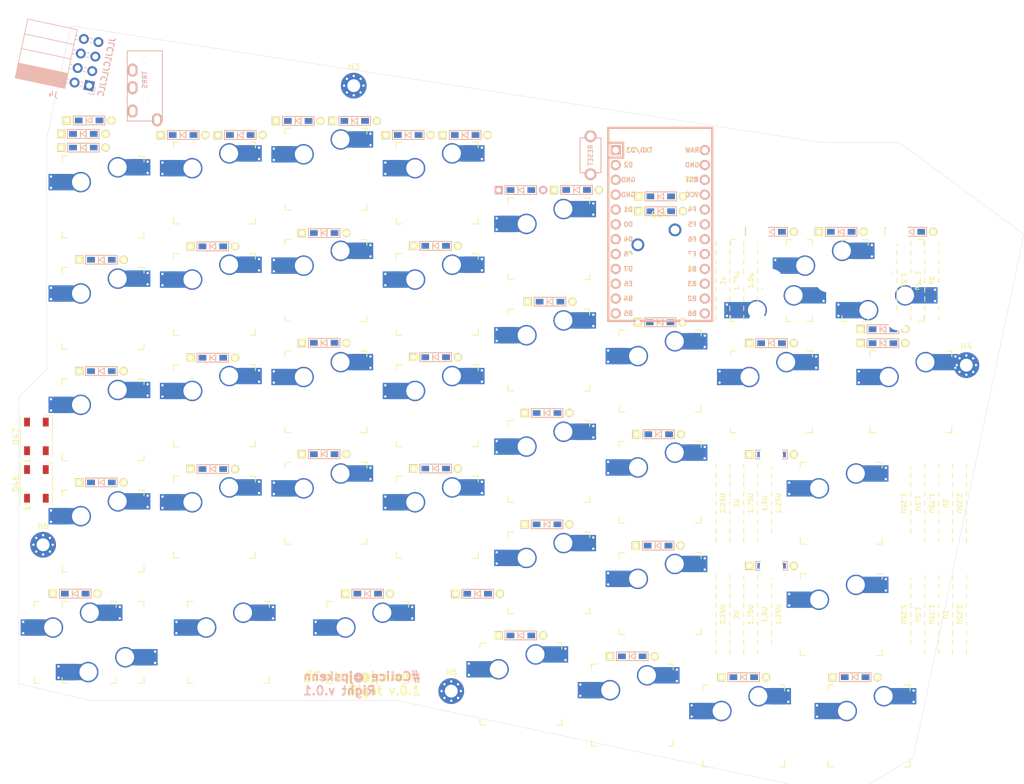
<source format=kicad_pcb>
(kicad_pcb (version 20171130) (host pcbnew "(5.1.5-0-10_14)")
  (layers (0 F.Cu signal) (31 B.Cu signal) (34 B.Paste user) (35 F.Paste user) (36 B.SilkS user) (37 F.SilkS user) (38 B.Mask user) (39 F.Mask user) (44 Edge.Cuts user))
  (net 0 "")
  (net 1 pin6)
  (net 2 pin1)
  (net 3 pin2)
  (net 4 pin3)
  (net 5 pin4)
  (net 6 pin5)
  (net 7 pin7)
  (net 8 "Net-(D8-Pad2)")
  (net 9 "Net-(D9-Pad2)")
  (net 10 "Net-(D11-Pad2)")
  (net 11 "Net-(D12-Pad2)")
  (net 12 pin8)
  (net 13 "Net-(D14-Pad2)")
  (net 14 "Net-(D17-Pad2)")
  (net 15 "Net-(D18-Pad2)")
  (net 16 pin9)
  (net 17 "Net-(D20-Pad2)")
  (net 18 "Net-(D21-Pad2)")
  (net 19 "Net-(D23-Pad2)")
  (net 20 "Net-(D24-Pad2)")
  (net 21 pin10)
  (net 22 "Net-(D26-Pad2)")
  (net 23 "Net-(D27-Pad2)")
  (net 24 "Net-(D29-Pad2)")
  (net 25 "Net-(D30-Pad2)")
  (net 26 "Net-(D32-Pad2)")
  (net 27 "Net-(D35-Pad2)")
  (net 28 "Net-(D36-Pad2)")
  (net 29 "Net-(D38-Pad2)")
  (net 30 "Net-(D45-Pad2)")
  (net 31 "Net-(D46-Pad2)")
  (net 32 "Net-(D47-Pad2)")
  (net 33 data)
  (net 34 led)
  (net 35 GND1)
  (net 36 VCC)
  (net 37 "Net-(J3-PadA)")
  (net 38 "Net-(J4-Pad6)")
  (net 39 "Net-(J4-Pad7)")
  (net 40 "Net-(J4-Pad8)")
  (net 41 reset)
  (net 42 "Net-(U1-Pad24)")
  (net 43 "Net-(D1-Pad1)")
  (net 44 "Net-(D2-Pad2)")
  (net 45 "Net-(D5-Pad2)")
  (net 46 "Net-(D6-Pad2)")
  (net 47 "Net-(D7-Pad2)")
  (net 48 "Net-(D13-Pad2)")
  (net 49 "Net-(D19-Pad2)")
  (net 50 "Net-(D25-Pad2)")
  (net 51 "Net-(D31-Pad2)")
  (net 52 "Net-(D37-Pad2)")
  (net 53 "Net-(D3-Pad2)")
  (net 54 "Net-(D4-Pad1)")
  (net 55 "Net-(D10-Pad1)")
  (net 56 "Net-(D16-Pad1)")
  (net 57 "Net-(D22-Pad1)")
  (net 58 "Net-(D28-Pad1)")
  (net 59 "Net-(D34-Pad1)")
  (net 60 "Net-(U1-Pad5)")
  (net 61 "Net-(U1-Pad6)")
  (net 62 "Net-(U1-Pad7)")
  (net 63 "Net-(U1-Pad18)")
  (net 64 "Net-(U1-Pad19)")
  (net 65 "Net-(U1-Pad20)")
  (net 66 "Net-(D15-Pad1)")
  (net 67 "Net-(D39-Pad2)")
  (net 68 "Net-(D48-Pad2)")
  (net 69 "Net-(D49-Pad2)")
  (net 70 "Net-(D50-Pad2)")
  (net 71 "Net-(D51-Pad2)")
  (net 72 "Net-(D52-Pad2)")
  (net 73 "Net-(D53-Pad2)")
  (net 74 "Net-(D40-Pad1)")
  (module SMK_SU120:D3_TH_SMD (layer F.Cu) (at 27.59075 33.25805)
    (fp_text reference D34 hide)
    (fp_text value D hide)
    (pad 1 smd rect (at -1.775 0) (size 1.3 0.95) (layers F.Cu F.Paste F.Mask) (net 59 "Net-(D34-Pad1)"))
    (pad 2 smd rect (at 1.775 0) (size 1.3 0.95) (layers B.Cu B.Paste B.Mask) (net 5 pin4))
    (pad 1 smd rect (at -1.775 0) (size 1.3 0.95) (layers B.Cu B.Paste B.Mask) (net 59 "Net-(D34-Pad1)"))
    (pad 1 thru_hole rect (at -3.81 0) (size 1.397 1.397) (drill 0.8128) (layers *.Cu *.Mask F.SilkS) (net 59 "Net-(D34-Pad1)"))
    (pad 2 thru_hole circle (at 3.81 0) (size 1.397 1.397) (drill 0.8128) (layers *.Cu *.Mask F.SilkS) (net 5 pin4))
    (pad 2 smd rect (at 1.775 0) (size 1.3 0.95) (layers F.Cu F.Paste F.Mask) (net 5 pin4))
  )
  (module SMK_keebio:ArduinoProMicro (layer F.Cu) (at 126.2253 50.006175 270)
    (fp_text reference U1 hide)
    (fp_text value ProMicro hide)
    (fp_text user D2 (at -11.43 5.461) (layer B.SilkS) (effects (font (size 0.8 0.8)) (justify mirror)))
    (fp_text user D0 (at -1.27 5.461) (layer B.SilkS) (effects (font (size 0.8 0.8)) (justify mirror)))
    (fp_text user D1 (at -3.81 5.461) (layer B.SilkS) (effects (font (size 0.8 0.8)) (justify mirror)))
    (fp_text user GND (at -6.35 5.461) (layer B.SilkS) (effects (font (size 0.8 0.8)) (justify mirror)))
    (fp_text user GND (at -8.89 5.461) (layer B.SilkS) (effects (font (size 0.8 0.8)) (justify mirror)))
    (fp_text user D4 (at 1.27 5.461) (layer B.SilkS) (effects (font (size 0.8 0.8)) (justify mirror)))
    (fp_text user C6 (at 3.81 5.461) (layer B.SilkS) (effects (font (size 0.8 0.8)) (justify mirror)))
    (fp_text user D7 (at 6.35 5.461) (layer B.SilkS) (effects (font (size 0.8 0.8)) (justify mirror)))
    (fp_text user E6 (at 8.89 5.461) (layer B.SilkS) (effects (font (size 0.8 0.8)) (justify mirror)))
    (fp_text user B4 (at 11.43 5.461) (layer B.SilkS) (effects (font (size 0.8 0.8)) (justify mirror)))
    (fp_text user B5 (at 13.97 5.461) (layer B.SilkS) (effects (font (size 0.8 0.8)) (justify mirror)))
    (fp_text user B6 (at 13.97 -5.461) (layer B.SilkS) (effects (font (size 0.8 0.8)) (justify mirror)))
    (fp_text user B2 (at 11.43 -5.461) (layer F.SilkS) (effects (font (size 0.8 0.8))))
    (fp_text user B3 (at 8.89 -5.461) (layer B.SilkS) (effects (font (size 0.8 0.8)) (justify mirror)))
    (fp_text user B1 (at 6.35 -5.461) (layer B.SilkS) (effects (font (size 0.8 0.8)) (justify mirror)))
    (fp_text user F7 (at 3.81 -5.461) (layer F.SilkS) (effects (font (size 0.8 0.8))))
    (fp_text user F6 (at 1.27 -5.461) (layer F.SilkS) (effects (font (size 0.8 0.8))))
    (fp_text user F5 (at -1.27 -5.461) (layer F.SilkS) (effects (font (size 0.8 0.8))))
    (fp_text user F4 (at -3.81 -5.461) (layer B.SilkS) (effects (font (size 0.8 0.8)) (justify mirror)))
    (fp_text user VCC (at -6.35 -5.461) (layer B.SilkS) (effects (font (size 0.8 0.8)) (justify mirror)))
    (fp_text user GND (at -11.43 -5.461) (layer B.SilkS) (effects (font (size 0.8 0.8)) (justify mirror)))
    (fp_text user RAW (at -13.97 -5.461) (layer B.SilkS) (effects (font (size 0.8 0.8)) (justify mirror)))
    (fp_text user RAW (at -13.97 -5.461) (layer F.SilkS) (effects (font (size 0.8 0.8))))
    (fp_text user GND (at -11.43 -5.461) (layer F.SilkS) (effects (font (size 0.8 0.8))))
    (fp_text user ST (at -8.92 -5.73312) (layer F.SilkS) (effects (font (size 0.8 0.8))))
    (fp_text user VCC (at -6.35 -5.461) (layer F.SilkS) (effects (font (size 0.8 0.8))))
    (fp_text user F4 (at -3.81 -5.461) (layer F.SilkS) (effects (font (size 0.8 0.8))))
    (fp_text user F5 (at -1.27 -5.461) (layer B.SilkS) (effects (font (size 0.8 0.8)) (justify mirror)))
    (fp_text user F6 (at 1.27 -5.461) (layer B.SilkS) (effects (font (size 0.8 0.8)) (justify mirror)))
    (fp_text user F7 (at 3.81 -5.461) (layer B.SilkS) (effects (font (size 0.8 0.8)) (justify mirror)))
    (fp_text user B1 (at 6.35 -5.461) (layer F.SilkS) (effects (font (size 0.8 0.8))))
    (fp_text user B3 (at 8.89 -5.461) (layer F.SilkS) (effects (font (size 0.8 0.8))))
    (fp_text user B2 (at 11.43 -5.461) (layer B.SilkS) (effects (font (size 0.8 0.8)) (justify mirror)))
    (fp_text user B6 (at 13.97 -5.461) (layer F.SilkS) (effects (font (size 0.8 0.8))))
    (fp_text user B5 (at 13.97 5.461) (layer F.SilkS) (effects (font (size 0.8 0.8))))
    (fp_text user B4 (at 11.43 5.461) (layer F.SilkS) (effects (font (size 0.8 0.8))))
    (fp_text user E6 (at 8.89 5.461) (layer F.SilkS) (effects (font (size 0.8 0.8))))
    (fp_text user D7 (at 6.35 5.461) (layer F.SilkS) (effects (font (size 0.8 0.8))))
    (fp_text user C6 (at 3.81 5.461) (layer F.SilkS) (effects (font (size 0.8 0.8))))
    (fp_text user D4 (at 1.27 5.461) (layer F.SilkS) (effects (font (size 0.8 0.8))))
    (fp_text user GND (at -8.89 5.461) (layer F.SilkS) (effects (font (size 0.8 0.8))))
    (fp_text user GND (at -6.35 5.461) (layer F.SilkS) (effects (font (size 0.8 0.8))))
    (fp_text user D1 (at -3.81 5.461) (layer F.SilkS) (effects (font (size 0.8 0.8))))
    (fp_text user D0 (at -1.27 5.461) (layer F.SilkS) (effects (font (size 0.8 0.8))))
    (fp_text user D2 (at -11.43 5.461) (layer F.SilkS) (effects (font (size 0.8 0.8))))
    (fp_text user TX0/D3 (at -13.97 3.571872) (layer B.SilkS) (effects (font (size 0.8 0.8)) (justify mirror)))
    (fp_text user TX0/D3 (at -13.97 3.571872) (layer F.SilkS) (effects (font (size 0.8 0.8))))
    (fp_text user ST (at -8.91 -5.04) (layer B.SilkS) (effects (font (size 0.8 0.8)) (justify mirror)))
    (pad 1 thru_hole rect (at -13.97 7.62 270) (size 1.7526 1.7526) (drill 1.0922) (layers *.Cu *.SilkS *.Mask) (net 34 led))
    (pad 2 thru_hole circle (at -11.43 7.62 270) (size 1.7526 1.7526) (drill 1.0922) (layers *.Cu *.SilkS *.Mask) (net 33 data))
    (pad 3 thru_hole circle (at -8.89 7.62 270) (size 1.7526 1.7526) (drill 1.0922) (layers *.Cu *.SilkS *.Mask) (net 35 GND1))
    (pad 4 thru_hole circle (at -6.35 7.62 270) (size 1.7526 1.7526) (drill 1.0922) (layers *.Cu *.SilkS *.Mask) (net 35 GND1))
    (pad 5 thru_hole circle (at -3.81 7.62 270) (size 1.7526 1.7526) (drill 1.0922) (layers *.Cu *.SilkS *.Mask) (net 60 "Net-(U1-Pad5)"))
    (pad 6 thru_hole circle (at -1.27 7.62 270) (size 1.7526 1.7526) (drill 1.0922) (layers *.Cu *.SilkS *.Mask) (net 61 "Net-(U1-Pad6)"))
    (pad 7 thru_hole circle (at 1.27 7.62 270) (size 1.7526 1.7526) (drill 1.0922) (layers *.Cu *.SilkS *.Mask) (net 62 "Net-(U1-Pad7)"))
    (pad 8 thru_hole circle (at 3.81 7.62 270) (size 1.7526 1.7526) (drill 1.0922) (layers *.Cu *.SilkS *.Mask) (net 1 pin6))
    (pad 9 thru_hole circle (at 6.35 7.62 270) (size 1.7526 1.7526) (drill 1.0922) (layers *.Cu *.SilkS *.Mask) (net 7 pin7))
    (pad 10 thru_hole circle (at 8.89 7.62 270) (size 1.7526 1.7526) (drill 1.0922) (layers *.Cu *.SilkS *.Mask) (net 12 pin8))
    (pad 11 thru_hole circle (at 11.43 7.62 270) (size 1.7526 1.7526) (drill 1.0922) (layers *.Cu *.SilkS *.Mask) (net 16 pin9))
    (pad 13 thru_hole circle (at 13.97 -7.62 270) (size 1.7526 1.7526) (drill 1.0922) (layers *.Cu *.SilkS *.Mask) (net 6 pin5))
    (pad 14 thru_hole circle (at 11.43 -7.62 270) (size 1.7526 1.7526) (drill 1.0922) (layers *.Cu *.SilkS *.Mask) (net 5 pin4))
    (pad 15 thru_hole circle (at 8.89 -7.62 270) (size 1.7526 1.7526) (drill 1.0922) (layers *.Cu *.SilkS *.Mask) (net 4 pin3))
    (pad 16 thru_hole circle (at 6.35 -7.62 270) (size 1.7526 1.7526) (drill 1.0922) (layers *.Cu *.SilkS *.Mask) (net 3 pin2))
    (pad 17 thru_hole circle (at 3.81 -7.62 270) (size 1.7526 1.7526) (drill 1.0922) (layers *.Cu *.SilkS *.Mask) (net 2 pin1))
    (pad 18 thru_hole circle (at 1.27 -7.62 270) (size 1.7526 1.7526) (drill 1.0922) (layers *.Cu *.SilkS *.Mask) (net 63 "Net-(U1-Pad18)"))
    (pad 19 thru_hole circle (at -1.27 -7.62 270) (size 1.7526 1.7526) (drill 1.0922) (layers *.Cu *.SilkS *.Mask) (net 64 "Net-(U1-Pad19)"))
    (pad 20 thru_hole circle (at -3.81 -7.62 270) (size 1.7526 1.7526) (drill 1.0922) (layers *.Cu *.SilkS *.Mask) (net 65 "Net-(U1-Pad20)"))
    (pad 21 thru_hole circle (at -6.35 -7.62 270) (size 1.7526 1.7526) (drill 1.0922) (layers *.Cu *.SilkS *.Mask) (net 36 VCC))
    (pad 22 thru_hole circle (at -8.89 -7.62 270) (size 1.7526 1.7526) (drill 1.0922) (layers *.Cu *.SilkS *.Mask) (net 41 reset))
    (pad 23 thru_hole circle (at -11.43 -7.62 270) (size 1.7526 1.7526) (drill 1.0922) (layers *.Cu *.SilkS *.Mask) (net 35 GND1))
    (pad 12 thru_hole circle (at 13.97 7.62 270) (size 1.7526 1.7526) (drill 1.0922) (layers *.Cu *.SilkS *.Mask) (net 21 pin10))
    (pad 24 thru_hole circle (at -13.97 -7.62 270) (size 1.7526 1.7526) (drill 1.0922) (layers *.Cu *.SilkS *.Mask) (net 42 "Net-(U1-Pad24)"))
  )
  (module SMK_SU120:D3_TH_SMD (layer F.Cu) (at 28.575 30.95638)
    (fp_text reference D40 hide)
    (fp_text value D hide)
    (pad 2 smd rect (at 1.775 0) (size 1.3 0.95) (layers F.Cu F.Paste F.Mask) (net 6 pin5))
    (pad 2 thru_hole circle (at 3.81 0) (size 1.397 1.397) (drill 0.8128) (layers *.Cu *.Mask F.SilkS) (net 6 pin5))
    (pad 1 thru_hole rect (at -3.81 0) (size 1.397 1.397) (drill 0.8128) (layers *.Cu *.Mask F.SilkS) (net 74 "Net-(D40-Pad1)"))
    (pad 1 smd rect (at -1.775 0) (size 1.3 0.95) (layers B.Cu B.Paste B.Mask) (net 74 "Net-(D40-Pad1)"))
    (pad 2 smd rect (at 1.775 0) (size 1.3 0.95) (layers B.Cu B.Paste B.Mask) (net 6 pin5))
    (pad 1 smd rect (at -1.775 0) (size 1.3 0.95) (layers F.Cu F.Paste F.Mask) (net 74 "Net-(D40-Pad1)"))
  )
  (module SMK_SU120:D3_TH_SMD (layer F.Cu) (at 126.20625 65.48465)
    (fp_text reference D6 hide)
    (fp_text value D hide)
    (pad 2 smd rect (at 1.775 0) (size 1.3 0.95) (layers F.Cu F.Paste F.Mask) (net 46 "Net-(D6-Pad2)"))
    (pad 2 thru_hole circle (at 3.81 0) (size 1.397 1.397) (drill 0.8128) (layers *.Cu *.Mask F.SilkS) (net 46 "Net-(D6-Pad2)"))
    (pad 1 thru_hole rect (at -3.81 0) (size 1.397 1.397) (drill 0.8128) (layers *.Cu *.Mask F.SilkS) (net 3 pin2))
    (pad 1 smd rect (at -1.775 0) (size 1.3 0.95) (layers B.Cu B.Paste B.Mask) (net 3 pin2))
    (pad 2 smd rect (at 1.775 0) (size 1.3 0.95) (layers B.Cu B.Paste B.Mask) (net 46 "Net-(D6-Pad2)"))
    (pad 1 smd rect (at -1.775 0) (size 1.3 0.95) (layers F.Cu F.Paste F.Mask) (net 3 pin2))
  )
  (module SMK_foostan:CherryMX_Hotswap_v2 (layer F.Cu) (at 121.44375 130.9693)
    (fp_text reference SW8)
    (fp_text value SW_Push)
    (pad 2 thru_hole circle (at 2.54 -5.08) (size 3.5 3.5) (drill 3) (layers *.Cu) (net 9 "Net-(D9-Pad2)"))
    (pad "" np_thru_hole circle (at 0 0) (size 3.9878 3.9878) (drill 3.9878) (layers *.Cu *.Mask))
    (pad 1 thru_hole circle (at -3.81 -2.54) (size 3.5 3.5) (drill 3) (layers *.Cu) (net 54 "Net-(D4-Pad1)"))
    (pad "" np_thru_hole circle (at -5.08 0 48.0996) (size 1.75 1.75) (drill 1.75) (layers *.Cu *.Mask))
    (pad "" np_thru_hole circle (at 5.08 0 48.0996) (size 1.75 1.75) (drill 1.75) (layers *.Cu *.Mask))
    (pad 1 smd rect (at -7.084999 -2.54) (size 2.55 2.8) (layers B.Cu B.Paste B.Mask) (net 54 "Net-(D4-Pad1)"))
    (pad 2 smd rect (at 5.815 -5.08) (size 2.55 2.8) (layers B.Cu B.Paste B.Mask) (net 9 "Net-(D9-Pad2)"))
    (pad 1 thru_hole circle (at -8.89 -3.502) (size 0.8 0.8) (drill 0.4) (layers *.Cu) (net 54 "Net-(D4-Pad1)"))
    (pad 2 thru_hole circle (at 7.62 -6.042) (size 0.8 0.8) (drill 0.4) (layers *.Cu) (net 9 "Net-(D9-Pad2)"))
    (pad 1 thru_hole circle (at -8.89 -1.578) (size 0.8 0.8) (drill 0.4) (layers *.Cu) (net 54 "Net-(D4-Pad1)"))
    (pad 2 thru_hole circle (at 7.62 -4.118) (size 0.8 0.8) (drill 0.4) (layers *.Cu) (net 9 "Net-(D9-Pad2)"))
    (pad 1 smd rect (at -7.085 -2.54) (size 4.5 2.8) (layers B.Cu) (net 54 "Net-(D4-Pad1)"))
    (pad 2 smd rect (at 5.842 -5.08) (size 4.5 2.8) (layers B.Cu) (net 9 "Net-(D9-Pad2)"))
  )
  (module SMK_SU120:D3_TH_SMD (layer F.Cu) (at 83.1215 33.44855)
    (fp_text reference D16 hide)
    (fp_text value D hide)
    (pad 2 smd rect (at 1.775 0) (size 1.3 0.95) (layers F.Cu F.Paste F.Mask) (net 2 pin1))
    (pad 2 thru_hole circle (at 3.81 0) (size 1.397 1.397) (drill 0.8128) (layers *.Cu *.Mask F.SilkS) (net 2 pin1))
    (pad 1 thru_hole rect (at -3.81 0) (size 1.397 1.397) (drill 0.8128) (layers *.Cu *.Mask F.SilkS) (net 56 "Net-(D16-Pad1)"))
    (pad 1 smd rect (at -1.775 0) (size 1.3 0.95) (layers B.Cu B.Paste B.Mask) (net 56 "Net-(D16-Pad1)"))
    (pad 2 smd rect (at 1.775 0) (size 1.3 0.95) (layers B.Cu B.Paste B.Mask) (net 2 pin1))
    (pad 1 smd rect (at -1.775 0) (size 1.3 0.95) (layers F.Cu F.Paste F.Mask) (net 56 "Net-(D16-Pad1)"))
  )
  (module SMK_SU120:D3_TH_SMD (layer F.Cu) (at 111.91875 42.84655)
    (fp_text reference D11 hide)
    (fp_text value D hide)
    (pad 2 smd rect (at 1.775 0) (size 1.3 0.95) (layers F.Cu F.Paste F.Mask) (net 10 "Net-(D11-Pad2)"))
    (pad 2 thru_hole circle (at 3.81 0) (size 1.397 1.397) (drill 0.8128) (layers *.Cu *.Mask F.SilkS) (net 10 "Net-(D11-Pad2)"))
    (pad 1 thru_hole rect (at -3.81 0) (size 1.397 1.397) (drill 0.8128) (layers *.Cu *.Mask F.SilkS) (net 2 pin1))
    (pad 1 smd rect (at -1.775 0) (size 1.3 0.95) (layers B.Cu B.Paste B.Mask) (net 2 pin1))
    (pad 2 smd rect (at 1.775 0) (size 1.3 0.95) (layers B.Cu B.Paste B.Mask) (net 10 "Net-(D11-Pad2)"))
    (pad 1 smd rect (at -1.775 0) (size 1.3 0.95) (layers F.Cu F.Paste F.Mask) (net 2 pin1))
  )
  (module SMK_foostan:CherryMX_Hotswap_v2 (layer F.Cu) (at 154.78125 58.34087)
    (fp_text reference SW2)
    (fp_text value SW_Push)
    (pad 2 thru_hole circle (at 2.54 -5.08) (size 3.5 3.5) (drill 3) (layers *.Cu) (net 44 "Net-(D2-Pad2)"))
    (pad "" np_thru_hole circle (at 0 0) (size 3.9878 3.9878) (drill 3.9878) (layers *.Cu *.Mask))
    (pad 1 thru_hole circle (at -3.81 -2.54) (size 3.5 3.5) (drill 3) (layers *.Cu) (net 43 "Net-(D1-Pad1)"))
    (pad "" np_thru_hole circle (at -5.08 0 48.0996) (size 1.75 1.75) (drill 1.75) (layers *.Cu *.Mask))
    (pad "" np_thru_hole circle (at 5.08 0 48.0996) (size 1.75 1.75) (drill 1.75) (layers *.Cu *.Mask))
    (pad 1 smd rect (at -7.085 -2.54) (size 2.55 2.8) (layers B.Cu B.Paste B.Mask) (net 43 "Net-(D1-Pad1)"))
    (pad 2 smd rect (at 5.815 -5.08) (size 2.55 2.8) (layers B.Cu B.Paste B.Mask) (net 44 "Net-(D2-Pad2)"))
    (pad 1 thru_hole circle (at -8.89 -3.502) (size 0.8 0.8) (drill 0.4) (layers *.Cu) (net 43 "Net-(D1-Pad1)"))
    (pad 2 thru_hole circle (at 7.62 -6.042) (size 0.8 0.8) (drill 0.4) (layers *.Cu) (net 44 "Net-(D2-Pad2)"))
    (pad 1 thru_hole circle (at -8.89 -1.578) (size 0.8 0.8) (drill 0.4) (layers *.Cu) (net 43 "Net-(D1-Pad1)"))
    (pad 2 thru_hole circle (at 7.62 -4.118) (size 0.8 0.8) (drill 0.4) (layers *.Cu) (net 44 "Net-(D2-Pad2)"))
    (pad 1 smd rect (at -7.085 -2.54) (size 4.5 2.8) (layers B.Cu) (net 43 "Net-(D1-Pad1)"))
    (pad 2 smd rect (at 5.842 -5.08) (size 4.5 2.8) (layers B.Cu) (net 44 "Net-(D2-Pad2)"))
  )
  (module SMK_SU120:D3_TH_SMD (layer F.Cu) (at 145.25625 50.00646)
    (fp_text reference D1 hide)
    (fp_text value D hide)
    (pad 2 smd rect (at 1.775 0) (size 1.3 0.95) (layers F.Cu F.Paste F.Mask) (net 12 pin8))
    (pad 2 thru_hole circle (at 3.81 0) (size 1.397 1.397) (drill 0.8128) (layers *.Cu *.Mask F.SilkS) (net 12 pin8))
    (pad 1 thru_hole rect (at -3.81 0) (size 1.397 1.397) (drill 0.8128) (layers *.Cu *.Mask F.SilkS) (net 43 "Net-(D1-Pad1)"))
    (pad 1 smd rect (at -1.775 0) (size 1.3 0.95) (layers B.Cu B.Paste B.Mask) (net 43 "Net-(D1-Pad1)"))
    (pad 2 smd rect (at 1.775 0) (size 1.3 0.95) (layers B.Cu B.Paste B.Mask) (net 12 pin8))
    (pad 1 smd rect (at -1.775 0) (size 1.3 0.95) (layers F.Cu F.Paste F.Mask) (net 43 "Net-(D1-Pad1)"))
  )
  (module SMK_SU120:D3_TH_SMD (layer F.Cu) (at 157.1625 50.00646)
    (fp_text reference D2 hide)
    (fp_text value D hide)
    (pad 2 smd rect (at 1.775 0) (size 1.3 0.95) (layers F.Cu F.Paste F.Mask) (net 44 "Net-(D2-Pad2)"))
    (pad 2 thru_hole circle (at 3.81 0) (size 1.397 1.397) (drill 0.8128) (layers *.Cu *.Mask F.SilkS) (net 44 "Net-(D2-Pad2)"))
    (pad 1 thru_hole rect (at -3.81 0) (size 1.397 1.397) (drill 0.8128) (layers *.Cu *.Mask F.SilkS) (net 2 pin1))
    (pad 1 smd rect (at -1.775 0) (size 1.3 0.95) (layers B.Cu B.Paste B.Mask) (net 2 pin1))
    (pad 2 smd rect (at 1.775 0) (size 1.3 0.95) (layers B.Cu B.Paste B.Mask) (net 44 "Net-(D2-Pad2)"))
    (pad 1 smd rect (at -1.775 0) (size 1.3 0.95) (layers F.Cu F.Paste F.Mask) (net 2 pin1))
  )
  (module SMK_SU120:D3_TH_SMD (layer F.Cu) (at 126.3015 43.941925)
    (fp_text reference D4 hide)
    (fp_text value D hide)
    (pad 1 smd rect (at -1.775 0) (size 1.3 0.95) (layers F.Cu F.Paste F.Mask) (net 54 "Net-(D4-Pad1)"))
    (pad 2 smd rect (at 1.775 0) (size 1.3 0.95) (layers B.Cu B.Paste B.Mask) (net 16 pin9))
    (pad 1 smd rect (at -1.775 0) (size 1.3 0.95) (layers B.Cu B.Paste B.Mask) (net 54 "Net-(D4-Pad1)"))
    (pad 1 thru_hole rect (at -3.81 0) (size 1.397 1.397) (drill 0.8128) (layers *.Cu *.Mask F.SilkS) (net 54 "Net-(D4-Pad1)"))
    (pad 2 thru_hole circle (at 3.81 0) (size 1.397 1.397) (drill 0.8128) (layers *.Cu *.Mask F.SilkS) (net 16 pin9))
    (pad 2 smd rect (at 1.775 0) (size 1.3 0.95) (layers F.Cu F.Paste F.Mask) (net 16 pin9))
  )
  (module SMK_SU120:D3_TH_SMD (layer F.Cu) (at 126.3015 46.481925)
    (fp_text reference D5 hide)
    (fp_text value D hide)
    (pad 2 smd rect (at 1.775 0) (size 1.3 0.95) (layers F.Cu F.Paste F.Mask) (net 45 "Net-(D5-Pad2)"))
    (pad 2 thru_hole circle (at 3.81 0) (size 1.397 1.397) (drill 0.8128) (layers *.Cu *.Mask F.SilkS) (net 45 "Net-(D5-Pad2)"))
    (pad 1 thru_hole rect (at -3.81 0) (size 1.397 1.397) (drill 0.8128) (layers *.Cu *.Mask F.SilkS) (net 2 pin1))
    (pad 1 smd rect (at -1.775 0) (size 1.3 0.95) (layers B.Cu B.Paste B.Mask) (net 2 pin1))
    (pad 2 smd rect (at 1.775 0) (size 1.3 0.95) (layers B.Cu B.Paste B.Mask) (net 45 "Net-(D5-Pad2)"))
    (pad 1 smd rect (at -1.775 0) (size 1.3 0.95) (layers F.Cu F.Paste F.Mask) (net 2 pin1))
  )
  (module SMK_SU120:D3_TH_SMD (layer F.Cu) (at 125.95225 84.645425)
    (fp_text reference D7 hide)
    (fp_text value D hide)
    (pad 2 smd rect (at 1.775 0) (size 1.3 0.95) (layers F.Cu F.Paste F.Mask) (net 47 "Net-(D7-Pad2)"))
    (pad 2 thru_hole circle (at 3.81 0) (size 1.397 1.397) (drill 0.8128) (layers *.Cu *.Mask F.SilkS) (net 47 "Net-(D7-Pad2)"))
    (pad 1 thru_hole rect (at -3.81 0) (size 1.397 1.397) (drill 0.8128) (layers *.Cu *.Mask F.SilkS) (net 4 pin3))
    (pad 1 smd rect (at -1.775 0) (size 1.3 0.95) (layers B.Cu B.Paste B.Mask) (net 4 pin3))
    (pad 2 smd rect (at 1.775 0) (size 1.3 0.95) (layers B.Cu B.Paste B.Mask) (net 47 "Net-(D7-Pad2)"))
    (pad 1 smd rect (at -1.775 0) (size 1.3 0.95) (layers F.Cu F.Paste F.Mask) (net 4 pin3))
  )
  (module SMK_SU120:D3_TH_SMD (layer F.Cu) (at 125.857 103.695425)
    (fp_text reference D8 hide)
    (fp_text value D hide)
    (pad 2 smd rect (at 1.775 0) (size 1.3 0.95) (layers F.Cu F.Paste F.Mask) (net 8 "Net-(D8-Pad2)"))
    (pad 2 thru_hole circle (at 3.81 0) (size 1.397 1.397) (drill 0.8128) (layers *.Cu *.Mask F.SilkS) (net 8 "Net-(D8-Pad2)"))
    (pad 1 thru_hole rect (at -3.81 0) (size 1.397 1.397) (drill 0.8128) (layers *.Cu *.Mask F.SilkS) (net 5 pin4))
    (pad 1 smd rect (at -1.775 0) (size 1.3 0.95) (layers B.Cu B.Paste B.Mask) (net 5 pin4))
    (pad 2 smd rect (at 1.775 0) (size 1.3 0.95) (layers B.Cu B.Paste B.Mask) (net 8 "Net-(D8-Pad2)"))
    (pad 1 smd rect (at -1.775 0) (size 1.3 0.95) (layers F.Cu F.Paste F.Mask) (net 5 pin4))
  )
  (module SMK_SU120:D3_TH_SMD (layer F.Cu) (at 121.44375 122.63489)
    (fp_text reference D9 hide)
    (fp_text value D hide)
    (pad 2 smd rect (at 1.775 0) (size 1.3 0.95) (layers F.Cu F.Paste F.Mask) (net 9 "Net-(D9-Pad2)"))
    (pad 2 thru_hole circle (at 3.81 0) (size 1.397 1.397) (drill 0.8128) (layers *.Cu *.Mask F.SilkS) (net 9 "Net-(D9-Pad2)"))
    (pad 1 thru_hole rect (at -3.81 0) (size 1.397 1.397) (drill 0.8128) (layers *.Cu *.Mask F.SilkS) (net 6 pin5))
    (pad 1 smd rect (at -1.775 0) (size 1.3 0.95) (layers B.Cu B.Paste B.Mask) (net 6 pin5))
    (pad 2 smd rect (at 1.775 0) (size 1.3 0.95) (layers B.Cu B.Paste B.Mask) (net 9 "Net-(D9-Pad2)"))
    (pad 1 smd rect (at -1.775 0) (size 1.3 0.95) (layers F.Cu F.Paste F.Mask) (net 6 pin5))
  )
  (module SMK_SU120:D3_TH_SMD (layer B.Cu) (at 102.39375 42.86268)
    (fp_text reference D10 hide)
    (fp_text value D hide)
    (pad 2 smd rect (at 1.775 0) (size 1.3 0.95) (layers B.Cu B.Paste B.Mask) (net 21 pin10))
    (pad 2 thru_hole circle (at 3.81 0) (size 1.397 1.397) (drill 0.8128) (layers *.Cu *.Mask B.SilkS) (net 21 pin10))
    (pad 1 thru_hole rect (at -3.81 0) (size 1.397 1.397) (drill 0.8128) (layers *.Cu *.Mask B.SilkS) (net 55 "Net-(D10-Pad1)"))
    (pad 1 smd rect (at -1.775 0) (size 1.3 0.95) (layers F.Cu F.Paste F.Mask) (net 55 "Net-(D10-Pad1)"))
    (pad 2 smd rect (at 1.775 0) (size 1.3 0.95) (layers F.Cu F.Paste F.Mask) (net 21 pin10))
    (pad 1 smd rect (at -1.775 0) (size 1.3 0.95) (layers B.Cu B.Paste B.Mask) (net 55 "Net-(D10-Pad1)"))
  )
  (module SMK_SU120:D3_TH_SMD (layer F.Cu) (at 107.3785 61.96005)
    (fp_text reference D12 hide)
    (fp_text value D hide)
    (pad 2 smd rect (at 1.775 0) (size 1.3 0.95) (layers F.Cu F.Paste F.Mask) (net 11 "Net-(D12-Pad2)"))
    (pad 2 thru_hole circle (at 3.81 0) (size 1.397 1.397) (drill 0.8128) (layers *.Cu *.Mask F.SilkS) (net 11 "Net-(D12-Pad2)"))
    (pad 1 thru_hole rect (at -3.81 0) (size 1.397 1.397) (drill 0.8128) (layers *.Cu *.Mask F.SilkS) (net 3 pin2))
    (pad 1 smd rect (at -1.775 0) (size 1.3 0.95) (layers B.Cu B.Paste B.Mask) (net 3 pin2))
    (pad 2 smd rect (at 1.775 0) (size 1.3 0.95) (layers B.Cu B.Paste B.Mask) (net 11 "Net-(D12-Pad2)"))
    (pad 1 smd rect (at -1.775 0) (size 1.3 0.95) (layers F.Cu F.Paste F.Mask) (net 3 pin2))
  )
  (module SMK_SU120:D3_TH_SMD (layer F.Cu) (at 106.8705 81.01005)
    (fp_text reference D13 hide)
    (fp_text value D hide)
    (pad 2 smd rect (at 1.775 0) (size 1.3 0.95) (layers F.Cu F.Paste F.Mask) (net 48 "Net-(D13-Pad2)"))
    (pad 2 thru_hole circle (at 3.81 0) (size 1.397 1.397) (drill 0.8128) (layers *.Cu *.Mask F.SilkS) (net 48 "Net-(D13-Pad2)"))
    (pad 1 thru_hole rect (at -3.81 0) (size 1.397 1.397) (drill 0.8128) (layers *.Cu *.Mask F.SilkS) (net 4 pin3))
    (pad 1 smd rect (at -1.775 0) (size 1.3 0.95) (layers B.Cu B.Paste B.Mask) (net 4 pin3))
    (pad 2 smd rect (at 1.775 0) (size 1.3 0.95) (layers B.Cu B.Paste B.Mask) (net 48 "Net-(D13-Pad2)"))
    (pad 1 smd rect (at -1.775 0) (size 1.3 0.95) (layers F.Cu F.Paste F.Mask) (net 4 pin3))
  )
  (module SMK_SU120:D3_TH_SMD (layer F.Cu) (at 106.8705 100.06005)
    (fp_text reference D14 hide)
    (fp_text value D hide)
    (pad 2 smd rect (at 1.775 0) (size 1.3 0.95) (layers F.Cu F.Paste F.Mask) (net 13 "Net-(D14-Pad2)"))
    (pad 2 thru_hole circle (at 3.81 0) (size 1.397 1.397) (drill 0.8128) (layers *.Cu *.Mask F.SilkS) (net 13 "Net-(D14-Pad2)"))
    (pad 1 thru_hole rect (at -3.81 0) (size 1.397 1.397) (drill 0.8128) (layers *.Cu *.Mask F.SilkS) (net 5 pin4))
    (pad 1 smd rect (at -1.775 0) (size 1.3 0.95) (layers B.Cu B.Paste B.Mask) (net 5 pin4))
    (pad 2 smd rect (at 1.775 0) (size 1.3 0.95) (layers B.Cu B.Paste B.Mask) (net 13 "Net-(D14-Pad2)"))
    (pad 1 smd rect (at -1.775 0) (size 1.3 0.95) (layers F.Cu F.Paste F.Mask) (net 5 pin4))
  )
  (module SMK_SU120:D3_TH_SMD (layer F.Cu) (at 92.86875 33.44855)
    (fp_text reference D17 hide)
    (fp_text value D hide)
    (pad 2 smd rect (at 1.775 0) (size 1.3 0.95) (layers F.Cu F.Paste F.Mask) (net 14 "Net-(D17-Pad2)"))
    (pad 2 thru_hole circle (at 3.81 0) (size 1.397 1.397) (drill 0.8128) (layers *.Cu *.Mask F.SilkS) (net 14 "Net-(D17-Pad2)"))
    (pad 1 thru_hole rect (at -3.81 0) (size 1.397 1.397) (drill 0.8128) (layers *.Cu *.Mask F.SilkS) (net 1 pin6))
    (pad 1 smd rect (at -1.775 0) (size 1.3 0.95) (layers B.Cu B.Paste B.Mask) (net 1 pin6))
    (pad 2 smd rect (at 1.775 0) (size 1.3 0.95) (layers B.Cu B.Paste B.Mask) (net 14 "Net-(D17-Pad2)"))
    (pad 1 smd rect (at -1.775 0) (size 1.3 0.95) (layers F.Cu F.Paste F.Mask) (net 1 pin6))
  )
  (module SMK_SU120:D3_TH_SMD (layer F.Cu) (at 87.8205 52.4033)
    (fp_text reference D18 hide)
    (fp_text value D hide)
    (pad 2 smd rect (at 1.775 0) (size 1.3 0.95) (layers F.Cu F.Paste F.Mask) (net 15 "Net-(D18-Pad2)"))
    (pad 2 thru_hole circle (at 3.81 0) (size 1.397 1.397) (drill 0.8128) (layers *.Cu *.Mask F.SilkS) (net 15 "Net-(D18-Pad2)"))
    (pad 1 thru_hole rect (at -3.81 0) (size 1.397 1.397) (drill 0.8128) (layers *.Cu *.Mask F.SilkS) (net 7 pin7))
    (pad 1 smd rect (at -1.775 0) (size 1.3 0.95) (layers B.Cu B.Paste B.Mask) (net 7 pin7))
    (pad 2 smd rect (at 1.775 0) (size 1.3 0.95) (layers B.Cu B.Paste B.Mask) (net 15 "Net-(D18-Pad2)"))
    (pad 1 smd rect (at -1.775 0) (size 1.3 0.95) (layers F.Cu F.Paste F.Mask) (net 7 pin7))
  )
  (module SMK_SU120:D3_TH_SMD (layer F.Cu) (at 87.8205 71.4533)
    (fp_text reference D19 hide)
    (fp_text value D hide)
    (pad 2 smd rect (at 1.775 0) (size 1.3 0.95) (layers F.Cu F.Paste F.Mask) (net 49 "Net-(D19-Pad2)"))
    (pad 2 thru_hole circle (at 3.81 0) (size 1.397 1.397) (drill 0.8128) (layers *.Cu *.Mask F.SilkS) (net 49 "Net-(D19-Pad2)"))
    (pad 1 thru_hole rect (at -3.81 0) (size 1.397 1.397) (drill 0.8128) (layers *.Cu *.Mask F.SilkS) (net 12 pin8))
    (pad 1 smd rect (at -1.775 0) (size 1.3 0.95) (layers B.Cu B.Paste B.Mask) (net 12 pin8))
    (pad 2 smd rect (at 1.775 0) (size 1.3 0.95) (layers B.Cu B.Paste B.Mask) (net 49 "Net-(D19-Pad2)"))
    (pad 1 smd rect (at -1.775 0) (size 1.3 0.95) (layers F.Cu F.Paste F.Mask) (net 12 pin8))
  )
  (module SMK_SU120:D3_TH_SMD (layer F.Cu) (at 87.8205 90.5033)
    (fp_text reference D20 hide)
    (fp_text value D hide)
    (pad 2 smd rect (at 1.775 0) (size 1.3 0.95) (layers F.Cu F.Paste F.Mask) (net 17 "Net-(D20-Pad2)"))
    (pad 2 thru_hole circle (at 3.81 0) (size 1.397 1.397) (drill 0.8128) (layers *.Cu *.Mask F.SilkS) (net 17 "Net-(D20-Pad2)"))
    (pad 1 thru_hole rect (at -3.81 0) (size 1.397 1.397) (drill 0.8128) (layers *.Cu *.Mask F.SilkS) (net 16 pin9))
    (pad 1 smd rect (at -1.775 0) (size 1.3 0.95) (layers B.Cu B.Paste B.Mask) (net 16 pin9))
    (pad 2 smd rect (at 1.775 0) (size 1.3 0.95) (layers B.Cu B.Paste B.Mask) (net 17 "Net-(D20-Pad2)"))
    (pad 1 smd rect (at -1.775 0) (size 1.3 0.95) (layers F.Cu F.Paste F.Mask) (net 16 pin9))
  )
  (module SMK_SU120:D3_TH_SMD (layer F.Cu) (at 94.996 111.93455)
    (fp_text reference D21 hide)
    (fp_text value D hide)
    (pad 2 smd rect (at 1.775 0) (size 1.3 0.95) (layers F.Cu F.Paste F.Mask) (net 18 "Net-(D21-Pad2)"))
    (pad 2 thru_hole circle (at 3.81 0) (size 1.397 1.397) (drill 0.8128) (layers *.Cu *.Mask F.SilkS) (net 18 "Net-(D21-Pad2)"))
    (pad 1 thru_hole rect (at -3.81 0) (size 1.397 1.397) (drill 0.8128) (layers *.Cu *.Mask F.SilkS) (net 21 pin10))
    (pad 1 smd rect (at -1.775 0) (size 1.3 0.95) (layers B.Cu B.Paste B.Mask) (net 21 pin10))
    (pad 2 smd rect (at 1.775 0) (size 1.3 0.95) (layers B.Cu B.Paste B.Mask) (net 18 "Net-(D21-Pad2)"))
    (pad 1 smd rect (at -1.775 0) (size 1.3 0.95) (layers F.Cu F.Paste F.Mask) (net 21 pin10))
  )
  (module SMK_SU120:D3_TH_SMD (layer F.Cu) (at 64.3255 31.03555)
    (fp_text reference D22 hide)
    (fp_text value D hide)
    (pad 1 smd rect (at -1.775 0) (size 1.3 0.95) (layers F.Cu F.Paste F.Mask) (net 57 "Net-(D22-Pad1)"))
    (pad 2 smd rect (at 1.775 0) (size 1.3 0.95) (layers B.Cu B.Paste B.Mask) (net 3 pin2))
    (pad 1 smd rect (at -1.775 0) (size 1.3 0.95) (layers B.Cu B.Paste B.Mask) (net 57 "Net-(D22-Pad1)"))
    (pad 1 thru_hole rect (at -3.81 0) (size 1.397 1.397) (drill 0.8128) (layers *.Cu *.Mask F.SilkS) (net 57 "Net-(D22-Pad1)"))
    (pad 2 thru_hole circle (at 3.81 0) (size 1.397 1.397) (drill 0.8128) (layers *.Cu *.Mask F.SilkS) (net 3 pin2))
    (pad 2 smd rect (at 1.775 0) (size 1.3 0.95) (layers F.Cu F.Paste F.Mask) (net 3 pin2))
  )
  (module SMK_SU120:D3_TH_SMD (layer F.Cu) (at 73.9775 31.03555)
    (fp_text reference D23 hide)
    (fp_text value D hide)
    (pad 2 smd rect (at 1.775 0) (size 1.3 0.95) (layers F.Cu F.Paste F.Mask) (net 19 "Net-(D23-Pad2)"))
    (pad 2 thru_hole circle (at 3.81 0) (size 1.397 1.397) (drill 0.8128) (layers *.Cu *.Mask F.SilkS) (net 19 "Net-(D23-Pad2)"))
    (pad 1 thru_hole rect (at -3.81 0) (size 1.397 1.397) (drill 0.8128) (layers *.Cu *.Mask F.SilkS) (net 1 pin6))
    (pad 1 smd rect (at -1.775 0) (size 1.3 0.95) (layers B.Cu B.Paste B.Mask) (net 1 pin6))
    (pad 2 smd rect (at 1.775 0) (size 1.3 0.95) (layers B.Cu B.Paste B.Mask) (net 19 "Net-(D23-Pad2)"))
    (pad 1 smd rect (at -1.775 0) (size 1.3 0.95) (layers F.Cu F.Paste F.Mask) (net 1 pin6))
  )
  (module SMK_SU120:D3_TH_SMD (layer F.Cu) (at 68.7705 50.21255)
    (fp_text reference D24 hide)
    (fp_text value D hide)
    (pad 2 smd rect (at 1.775 0) (size 1.3 0.95) (layers F.Cu F.Paste F.Mask) (net 20 "Net-(D24-Pad2)"))
    (pad 2 thru_hole circle (at 3.81 0) (size 1.397 1.397) (drill 0.8128) (layers *.Cu *.Mask F.SilkS) (net 20 "Net-(D24-Pad2)"))
    (pad 1 thru_hole rect (at -3.81 0) (size 1.397 1.397) (drill 0.8128) (layers *.Cu *.Mask F.SilkS) (net 7 pin7))
    (pad 1 smd rect (at -1.775 0) (size 1.3 0.95) (layers B.Cu B.Paste B.Mask) (net 7 pin7))
    (pad 2 smd rect (at 1.775 0) (size 1.3 0.95) (layers B.Cu B.Paste B.Mask) (net 20 "Net-(D24-Pad2)"))
    (pad 1 smd rect (at -1.775 0) (size 1.3 0.95) (layers F.Cu F.Paste F.Mask) (net 7 pin7))
  )
  (module SMK_SU120:D3_TH_SMD (layer F.Cu) (at 68.7705 69.00855)
    (fp_text reference D25 hide)
    (fp_text value D hide)
    (pad 2 smd rect (at 1.775 0) (size 1.3 0.95) (layers F.Cu F.Paste F.Mask) (net 50 "Net-(D25-Pad2)"))
    (pad 2 thru_hole circle (at 3.81 0) (size 1.397 1.397) (drill 0.8128) (layers *.Cu *.Mask F.SilkS) (net 50 "Net-(D25-Pad2)"))
    (pad 1 thru_hole rect (at -3.81 0) (size 1.397 1.397) (drill 0.8128) (layers *.Cu *.Mask F.SilkS) (net 12 pin8))
    (pad 1 smd rect (at -1.775 0) (size 1.3 0.95) (layers B.Cu B.Paste B.Mask) (net 12 pin8))
    (pad 2 smd rect (at 1.775 0) (size 1.3 0.95) (layers B.Cu B.Paste B.Mask) (net 50 "Net-(D25-Pad2)"))
    (pad 1 smd rect (at -1.775 0) (size 1.3 0.95) (layers F.Cu F.Paste F.Mask) (net 12 pin8))
  )
  (module SMK_SU120:D3_TH_SMD (layer F.Cu) (at 68.7705 88.05855)
    (fp_text reference D26 hide)
    (fp_text value D hide)
    (pad 2 smd rect (at 1.775 0) (size 1.3 0.95) (layers F.Cu F.Paste F.Mask) (net 22 "Net-(D26-Pad2)"))
    (pad 2 thru_hole circle (at 3.81 0) (size 1.397 1.397) (drill 0.8128) (layers *.Cu *.Mask F.SilkS) (net 22 "Net-(D26-Pad2)"))
    (pad 1 thru_hole rect (at -3.81 0) (size 1.397 1.397) (drill 0.8128) (layers *.Cu *.Mask F.SilkS) (net 16 pin9))
    (pad 1 smd rect (at -1.775 0) (size 1.3 0.95) (layers B.Cu B.Paste B.Mask) (net 16 pin9))
    (pad 2 smd rect (at 1.775 0) (size 1.3 0.95) (layers B.Cu B.Paste B.Mask) (net 22 "Net-(D26-Pad2)"))
    (pad 1 smd rect (at -1.775 0) (size 1.3 0.95) (layers F.Cu F.Paste F.Mask) (net 16 pin9))
  )
  (module SMK_SU120:D3_TH_SMD (layer F.Cu) (at 76.2 111.91922)
    (fp_text reference D27 hide)
    (fp_text value D hide)
    (pad 2 smd rect (at 1.775 0) (size 1.3 0.95) (layers F.Cu F.Paste F.Mask) (net 23 "Net-(D27-Pad2)"))
    (pad 2 thru_hole circle (at 3.81 0) (size 1.397 1.397) (drill 0.8128) (layers *.Cu *.Mask F.SilkS) (net 23 "Net-(D27-Pad2)"))
    (pad 1 thru_hole rect (at -3.81 0) (size 1.397 1.397) (drill 0.8128) (layers *.Cu *.Mask F.SilkS) (net 21 pin10))
    (pad 1 smd rect (at -1.775 0) (size 1.3 0.95) (layers B.Cu B.Paste B.Mask) (net 21 pin10))
    (pad 2 smd rect (at 1.775 0) (size 1.3 0.95) (layers B.Cu B.Paste B.Mask) (net 23 "Net-(D27-Pad2)"))
    (pad 1 smd rect (at -1.775 0) (size 1.3 0.95) (layers F.Cu F.Paste F.Mask) (net 21 pin10))
  )
  (module SMK_SU120:D3_TH_SMD (layer F.Cu) (at 44.6405 33.44855)
    (fp_text reference D28 hide)
    (fp_text value D hide)
    (pad 2 smd rect (at 1.775 0) (size 1.3 0.95) (layers F.Cu F.Paste F.Mask) (net 4 pin3))
    (pad 2 thru_hole circle (at 3.81 0) (size 1.397 1.397) (drill 0.8128) (layers *.Cu *.Mask F.SilkS) (net 4 pin3))
    (pad 1 thru_hole rect (at -3.81 0) (size 1.397 1.397) (drill 0.8128) (layers *.Cu *.Mask F.SilkS) (net 58 "Net-(D28-Pad1)"))
    (pad 1 smd rect (at -1.775 0) (size 1.3 0.95) (layers B.Cu B.Paste B.Mask) (net 58 "Net-(D28-Pad1)"))
    (pad 2 smd rect (at 1.775 0) (size 1.3 0.95) (layers B.Cu B.Paste B.Mask) (net 4 pin3))
    (pad 1 smd rect (at -1.775 0) (size 1.3 0.95) (layers F.Cu F.Paste F.Mask) (net 58 "Net-(D28-Pad1)"))
  )
  (module SMK_SU120:D3_TH_SMD (layer F.Cu) (at 54.4195 33.44855)
    (fp_text reference D29 hide)
    (fp_text value D hide)
    (pad 2 smd rect (at 1.775 0) (size 1.3 0.95) (layers F.Cu F.Paste F.Mask) (net 24 "Net-(D29-Pad2)"))
    (pad 2 thru_hole circle (at 3.81 0) (size 1.397 1.397) (drill 0.8128) (layers *.Cu *.Mask F.SilkS) (net 24 "Net-(D29-Pad2)"))
    (pad 1 thru_hole rect (at -3.81 0) (size 1.397 1.397) (drill 0.8128) (layers *.Cu *.Mask F.SilkS) (net 1 pin6))
    (pad 1 smd rect (at -1.775 0) (size 1.3 0.95) (layers B.Cu B.Paste B.Mask) (net 1 pin6))
    (pad 2 smd rect (at 1.775 0) (size 1.3 0.95) (layers B.Cu B.Paste B.Mask) (net 24 "Net-(D29-Pad2)"))
    (pad 1 smd rect (at -1.775 0) (size 1.3 0.95) (layers F.Cu F.Paste F.Mask) (net 1 pin6))
  )
  (module SMK_SU120:D3_TH_SMD (layer F.Cu) (at 49.7205 52.49855)
    (fp_text reference D30 hide)
    (fp_text value D hide)
    (pad 2 smd rect (at 1.775 0) (size 1.3 0.95) (layers F.Cu F.Paste F.Mask) (net 25 "Net-(D30-Pad2)"))
    (pad 2 thru_hole circle (at 3.81 0) (size 1.397 1.397) (drill 0.8128) (layers *.Cu *.Mask F.SilkS) (net 25 "Net-(D30-Pad2)"))
    (pad 1 thru_hole rect (at -3.81 0) (size 1.397 1.397) (drill 0.8128) (layers *.Cu *.Mask F.SilkS) (net 7 pin7))
    (pad 1 smd rect (at -1.775 0) (size 1.3 0.95) (layers B.Cu B.Paste B.Mask) (net 7 pin7))
    (pad 2 smd rect (at 1.775 0) (size 1.3 0.95) (layers B.Cu B.Paste B.Mask) (net 25 "Net-(D30-Pad2)"))
    (pad 1 smd rect (at -1.775 0) (size 1.3 0.95) (layers F.Cu F.Paste F.Mask) (net 7 pin7))
  )
  (module SMK_SU120:D3_TH_SMD (layer F.Cu) (at 49.7205 71.54855)
    (fp_text reference D31 hide)
    (fp_text value D hide)
    (pad 2 smd rect (at 1.775 0) (size 1.3 0.95) (layers F.Cu F.Paste F.Mask) (net 51 "Net-(D31-Pad2)"))
    (pad 2 thru_hole circle (at 3.81 0) (size 1.397 1.397) (drill 0.8128) (layers *.Cu *.Mask F.SilkS) (net 51 "Net-(D31-Pad2)"))
    (pad 1 thru_hole rect (at -3.81 0) (size 1.397 1.397) (drill 0.8128) (layers *.Cu *.Mask F.SilkS) (net 12 pin8))
    (pad 1 smd rect (at -1.775 0) (size 1.3 0.95) (layers B.Cu B.Paste B.Mask) (net 12 pin8))
    (pad 2 smd rect (at 1.775 0) (size 1.3 0.95) (layers B.Cu B.Paste B.Mask) (net 51 "Net-(D31-Pad2)"))
    (pad 1 smd rect (at -1.775 0) (size 1.3 0.95) (layers F.Cu F.Paste F.Mask) (net 12 pin8))
  )
  (module SMK_SU120:D3_TH_SMD (layer F.Cu) (at 49.7205 90.59855)
    (fp_text reference D32 hide)
    (fp_text value D hide)
    (pad 2 smd rect (at 1.775 0) (size 1.3 0.95) (layers F.Cu F.Paste F.Mask) (net 26 "Net-(D32-Pad2)"))
    (pad 2 thru_hole circle (at 3.81 0) (size 1.397 1.397) (drill 0.8128) (layers *.Cu *.Mask F.SilkS) (net 26 "Net-(D32-Pad2)"))
    (pad 1 thru_hole rect (at -3.81 0) (size 1.397 1.397) (drill 0.8128) (layers *.Cu *.Mask F.SilkS) (net 16 pin9))
    (pad 1 smd rect (at -1.775 0) (size 1.3 0.95) (layers B.Cu B.Paste B.Mask) (net 16 pin9))
    (pad 2 smd rect (at 1.775 0) (size 1.3 0.95) (layers B.Cu B.Paste B.Mask) (net 26 "Net-(D32-Pad2)"))
    (pad 1 smd rect (at -1.775 0) (size 1.3 0.95) (layers F.Cu F.Paste F.Mask) (net 16 pin9))
  )
  (module SMK_SU120:D3_TH_SMD (layer F.Cu) (at 27.59075 35.60755)
    (fp_text reference D35 hide)
    (fp_text value D hide)
    (pad 2 smd rect (at 1.775 0) (size 1.3 0.95) (layers F.Cu F.Paste F.Mask) (net 27 "Net-(D35-Pad2)"))
    (pad 2 thru_hole circle (at 3.81 0) (size 1.397 1.397) (drill 0.8128) (layers *.Cu *.Mask F.SilkS) (net 27 "Net-(D35-Pad2)"))
    (pad 1 thru_hole rect (at -3.81 0) (size 1.397 1.397) (drill 0.8128) (layers *.Cu *.Mask F.SilkS) (net 1 pin6))
    (pad 1 smd rect (at -1.775 0) (size 1.3 0.95) (layers B.Cu B.Paste B.Mask) (net 1 pin6))
    (pad 2 smd rect (at 1.775 0) (size 1.3 0.95) (layers B.Cu B.Paste B.Mask) (net 27 "Net-(D35-Pad2)"))
    (pad 1 smd rect (at -1.775 0) (size 1.3 0.95) (layers F.Cu F.Paste F.Mask) (net 1 pin6))
  )
  (module SMK_SU120:D3_TH_SMD (layer F.Cu) (at 30.6705 54.78455)
    (fp_text reference D36 hide)
    (fp_text value D hide)
    (pad 2 smd rect (at 1.775 0) (size 1.3 0.95) (layers F.Cu F.Paste F.Mask) (net 28 "Net-(D36-Pad2)"))
    (pad 2 thru_hole circle (at 3.81 0) (size 1.397 1.397) (drill 0.8128) (layers *.Cu *.Mask F.SilkS) (net 28 "Net-(D36-Pad2)"))
    (pad 1 thru_hole rect (at -3.81 0) (size 1.397 1.397) (drill 0.8128) (layers *.Cu *.Mask F.SilkS) (net 7 pin7))
    (pad 1 smd rect (at -1.775 0) (size 1.3 0.95) (layers B.Cu B.Paste B.Mask) (net 7 pin7))
    (pad 2 smd rect (at 1.775 0) (size 1.3 0.95) (layers B.Cu B.Paste B.Mask) (net 28 "Net-(D36-Pad2)"))
    (pad 1 smd rect (at -1.775 0) (size 1.3 0.95) (layers F.Cu F.Paste F.Mask) (net 7 pin7))
  )
  (module SMK_SU120:D3_TH_SMD (layer F.Cu) (at 30.6705 73.83455)
    (fp_text reference D37 hide)
    (fp_text value D hide)
    (pad 2 smd rect (at 1.775 0) (size 1.3 0.95) (layers F.Cu F.Paste F.Mask) (net 52 "Net-(D37-Pad2)"))
    (pad 2 thru_hole circle (at 3.81 0) (size 1.397 1.397) (drill 0.8128) (layers *.Cu *.Mask F.SilkS) (net 52 "Net-(D37-Pad2)"))
    (pad 1 thru_hole rect (at -3.81 0) (size 1.397 1.397) (drill 0.8128) (layers *.Cu *.Mask F.SilkS) (net 12 pin8))
    (pad 1 smd rect (at -1.775 0) (size 1.3 0.95) (layers B.Cu B.Paste B.Mask) (net 12 pin8))
    (pad 2 smd rect (at 1.775 0) (size 1.3 0.95) (layers B.Cu B.Paste B.Mask) (net 52 "Net-(D37-Pad2)"))
    (pad 1 smd rect (at -1.775 0) (size 1.3 0.95) (layers F.Cu F.Paste F.Mask) (net 12 pin8))
  )
  (module SMK_SU120:D3_TH_SMD (layer F.Cu) (at 30.6705 92.88455)
    (fp_text reference D38 hide)
    (fp_text value D hide)
    (pad 2 smd rect (at 1.775 0) (size 1.3 0.95) (layers F.Cu F.Paste F.Mask) (net 29 "Net-(D38-Pad2)"))
    (pad 2 thru_hole circle (at 3.81 0) (size 1.397 1.397) (drill 0.8128) (layers *.Cu *.Mask F.SilkS) (net 29 "Net-(D38-Pad2)"))
    (pad 1 thru_hole rect (at -3.81 0) (size 1.397 1.397) (drill 0.8128) (layers *.Cu *.Mask F.SilkS) (net 16 pin9))
    (pad 1 smd rect (at -1.775 0) (size 1.3 0.95) (layers B.Cu B.Paste B.Mask) (net 16 pin9))
    (pad 2 smd rect (at 1.775 0) (size 1.3 0.95) (layers B.Cu B.Paste B.Mask) (net 29 "Net-(D38-Pad2)"))
    (pad 1 smd rect (at -1.775 0) (size 1.3 0.95) (layers F.Cu F.Paste F.Mask) (net 16 pin9))
  )
  (module SMK_SU120:D3_TH_SMD (layer F.Cu) (at 26.19375 111.91922)
    (fp_text reference D45 hide)
    (fp_text value D hide)
    (pad 2 smd rect (at 1.775 0) (size 1.3 0.95) (layers F.Cu F.Paste F.Mask) (net 30 "Net-(D45-Pad2)"))
    (pad 2 thru_hole circle (at 3.81 0) (size 1.397 1.397) (drill 0.8128) (layers *.Cu *.Mask F.SilkS) (net 30 "Net-(D45-Pad2)"))
    (pad 1 thru_hole rect (at -3.81 0) (size 1.397 1.397) (drill 0.8128) (layers *.Cu *.Mask F.SilkS) (net 21 pin10))
    (pad 1 smd rect (at -1.775 0) (size 1.3 0.95) (layers B.Cu B.Paste B.Mask) (net 21 pin10))
    (pad 2 smd rect (at 1.775 0) (size 1.3 0.95) (layers B.Cu B.Paste B.Mask) (net 30 "Net-(D45-Pad2)"))
    (pad 1 smd rect (at -1.775 0) (size 1.3 0.95) (layers F.Cu F.Paste F.Mask) (net 21 pin10))
  )
  (module SMK_SU120:MJ-4PP-9 (layer B.Cu) (at 38.1 19.05008 180)
    (fp_text reference J3)
    (fp_text value MJ-4PP-9 hide)
    (fp_text user TRRS (at 0 -4.96095 90) (layer B.SilkS) (effects (font (size 0.8 0.8)) (justify mirror)))
    (pad A thru_hole oval (at -2.1 -11.8 180) (size 1.7 2.2) (drill oval 1 1.5) (layers *.Cu *.Mask B.SilkS) (net 37 "Net-(J3-PadA)") (clearance 0.15))
    (pad D thru_hole oval (at 2.1 -10.3 180) (size 1.7 2.2) (drill oval 1 1.5) (layers *.Cu *.Mask B.SilkS) (net 36 VCC) (clearance 0.15))
    (pad C thru_hole oval (at 2.1 -6.3 180) (size 1.7 2.2) (drill oval 1 1.5) (layers *.Cu *.Mask B.SilkS) (net 35 GND1) (clearance 0.15))
    (pad B thru_hole oval (at 2.1 -3.3 180) (size 1.7 2.2) (drill oval 1 1.5) (layers *.Cu *.Mask B.SilkS) (net 33 data) (clearance 0.15))
    (pad "" np_thru_hole circle (at 0 -8.5 180) (size 1.2 1.2) (drill 1.2) (layers *.Cu *.Mask B.SilkS))
    (pad "" np_thru_hole circle (at 0 -1.5 180) (size 1.2 1.2) (drill 1.2) (layers *.Cu *.Mask B.SilkS))
  )
  (module SMK_foostan:CherryMX_Hotswap_v2 (layer F.Cu) (at 126.20625 73.81906)
    (fp_text reference SW5)
    (fp_text value SW_Push)
    (pad 2 thru_hole circle (at 2.54 -5.08) (size 3.5 3.5) (drill 3) (layers *.Cu) (net 46 "Net-(D6-Pad2)"))
    (pad "" np_thru_hole circle (at 0 0) (size 3.9878 3.9878) (drill 3.9878) (layers *.Cu *.Mask))
    (pad 1 thru_hole circle (at -3.81 -2.54) (size 3.5 3.5) (drill 3) (layers *.Cu) (net 54 "Net-(D4-Pad1)"))
    (pad "" np_thru_hole circle (at -5.08 0 48.0996) (size 1.75 1.75) (drill 1.75) (layers *.Cu *.Mask))
    (pad "" np_thru_hole circle (at 5.08 0 48.0996) (size 1.75 1.75) (drill 1.75) (layers *.Cu *.Mask))
    (pad 1 smd rect (at -7.085 -2.54) (size 2.55 2.8) (layers B.Cu B.Paste B.Mask) (net 54 "Net-(D4-Pad1)"))
    (pad 2 smd rect (at 5.815 -5.08) (size 2.55 2.8) (layers B.Cu B.Paste B.Mask) (net 46 "Net-(D6-Pad2)"))
    (pad 1 thru_hole circle (at -8.89 -3.502) (size 0.8 0.8) (drill 0.4) (layers *.Cu) (net 54 "Net-(D4-Pad1)"))
    (pad 2 thru_hole circle (at 7.62 -6.042) (size 0.8 0.8) (drill 0.4) (layers *.Cu) (net 46 "Net-(D6-Pad2)"))
    (pad 1 thru_hole circle (at -8.89 -1.578) (size 0.8 0.8) (drill 0.4) (layers *.Cu) (net 54 "Net-(D4-Pad1)"))
    (pad 2 thru_hole circle (at 7.62 -4.118) (size 0.8 0.8) (drill 0.4) (layers *.Cu) (net 46 "Net-(D6-Pad2)"))
    (pad 1 smd rect (at -7.085 -2.54) (size 4.5 2.8) (layers B.Cu) (net 54 "Net-(D4-Pad1)"))
    (pad 2 smd rect (at 5.842 -5.08) (size 4.5 2.8) (layers B.Cu) (net 46 "Net-(D6-Pad2)"))
  )
  (module SMK_foostan:CherryMX_Hotswap_v2 (layer F.Cu) (at 126.20625 92.868675)
    (fp_text reference SW6)
    (fp_text value SW_Push)
    (pad 2 thru_hole circle (at 2.54 -5.08) (size 3.5 3.5) (drill 3) (layers *.Cu) (net 47 "Net-(D7-Pad2)"))
    (pad "" np_thru_hole circle (at 0 0) (size 3.9878 3.9878) (drill 3.9878) (layers *.Cu *.Mask))
    (pad 1 thru_hole circle (at -3.81 -2.54) (size 3.5 3.5) (drill 3) (layers *.Cu) (net 54 "Net-(D4-Pad1)"))
    (pad "" np_thru_hole circle (at -5.08 0 48.0996) (size 1.75 1.75) (drill 1.75) (layers *.Cu *.Mask))
    (pad "" np_thru_hole circle (at 5.08 0 48.0996) (size 1.75 1.75) (drill 1.75) (layers *.Cu *.Mask))
    (pad 1 smd rect (at -7.085 -2.54) (size 2.55 2.8) (layers B.Cu B.Paste B.Mask) (net 54 "Net-(D4-Pad1)"))
    (pad 2 smd rect (at 5.815 -5.08) (size 2.55 2.8) (layers B.Cu B.Paste B.Mask) (net 47 "Net-(D7-Pad2)"))
    (pad 1 thru_hole circle (at -8.89 -3.502) (size 0.8 0.8) (drill 0.4) (layers *.Cu) (net 54 "Net-(D4-Pad1)"))
    (pad 2 thru_hole circle (at 7.62 -6.042) (size 0.8 0.8) (drill 0.4) (layers *.Cu) (net 47 "Net-(D7-Pad2)"))
    (pad 1 thru_hole circle (at -8.89 -1.578) (size 0.8 0.8) (drill 0.4) (layers *.Cu) (net 54 "Net-(D4-Pad1)"))
    (pad 2 thru_hole circle (at 7.62 -4.118) (size 0.8 0.8) (drill 0.4) (layers *.Cu) (net 47 "Net-(D7-Pad2)"))
    (pad 1 smd rect (at -7.085 -2.54) (size 4.5 2.8) (layers B.Cu) (net 54 "Net-(D4-Pad1)"))
    (pad 2 smd rect (at 5.842 -5.08) (size 4.5 2.8) (layers B.Cu) (net 47 "Net-(D7-Pad2)"))
  )
  (module SMK_foostan:CherryMX_Hotswap_v2 (layer F.Cu) (at 126.20625 111.918675)
    (fp_text reference SW7)
    (fp_text value SW_Push)
    (pad 2 thru_hole circle (at 2.54 -5.08) (size 3.5 3.5) (drill 3) (layers *.Cu) (net 8 "Net-(D8-Pad2)"))
    (pad "" np_thru_hole circle (at 0 0) (size 3.9878 3.9878) (drill 3.9878) (layers *.Cu *.Mask))
    (pad 1 thru_hole circle (at -3.81 -2.54) (size 3.5 3.5) (drill 3) (layers *.Cu) (net 54 "Net-(D4-Pad1)"))
    (pad "" np_thru_hole circle (at -5.08 0 48.0996) (size 1.75 1.75) (drill 1.75) (layers *.Cu *.Mask))
    (pad "" np_thru_hole circle (at 5.08 0 48.0996) (size 1.75 1.75) (drill 1.75) (layers *.Cu *.Mask))
    (pad 1 smd rect (at -7.085 -2.54) (size 2.55 2.8) (layers B.Cu B.Paste B.Mask) (net 54 "Net-(D4-Pad1)"))
    (pad 2 smd rect (at 5.815 -5.08) (size 2.55 2.8) (layers B.Cu B.Paste B.Mask) (net 8 "Net-(D8-Pad2)"))
    (pad 1 thru_hole circle (at -8.89 -3.502) (size 0.8 0.8) (drill 0.4) (layers *.Cu) (net 54 "Net-(D4-Pad1)"))
    (pad 2 thru_hole circle (at 7.62 -6.042) (size 0.8 0.8) (drill 0.4) (layers *.Cu) (net 8 "Net-(D8-Pad2)"))
    (pad 1 thru_hole circle (at -8.89 -1.578) (size 0.8 0.8) (drill 0.4) (layers *.Cu) (net 54 "Net-(D4-Pad1)"))
    (pad 2 thru_hole circle (at 7.62 -4.118) (size 0.8 0.8) (drill 0.4) (layers *.Cu) (net 8 "Net-(D8-Pad2)"))
    (pad 1 smd rect (at -7.085 -2.54) (size 4.5 2.8) (layers B.Cu) (net 54 "Net-(D4-Pad1)"))
    (pad 2 smd rect (at 5.842 -5.08) (size 4.5 2.8) (layers B.Cu) (net 8 "Net-(D8-Pad2)"))
  )
  (module SMK_SU120:ResetSW (layer B.Cu) (at 114.3 36.90953 270)
    (fp_text reference SW1 hide)
    (fp_text value SW_Push)
    (fp_text user RESET (at 0 0 270) (layer B.SilkS) (effects (font (size 0.8 0.8)) (justify mirror)))
    (pad 1 thru_hole circle (at 3.25 0 270) (size 2 2) (drill 1.3) (layers *.Cu *.Mask B.SilkS) (net 41 reset))
    (pad 2 thru_hole circle (at -3.25 0 270) (size 2 2) (drill 1.3) (layers *.Cu *.Mask B.SilkS) (net 35 GND1))
  )
  (module SMK_foostan:CherryMX_Hotswap_v2 (layer F.Cu) (at 107.15625 89.2968)
    (fp_text reference SW11)
    (fp_text value SW_Push)
    (pad 2 thru_hole circle (at 2.54 -5.08) (size 3.5 3.5) (drill 3) (layers *.Cu) (net 48 "Net-(D13-Pad2)"))
    (pad "" np_thru_hole circle (at 0 0) (size 3.9878 3.9878) (drill 3.9878) (layers *.Cu *.Mask))
    (pad 1 thru_hole circle (at -3.81 -2.54) (size 3.5 3.5) (drill 3) (layers *.Cu) (net 55 "Net-(D10-Pad1)"))
    (pad "" np_thru_hole circle (at -5.08 0 48.0996) (size 1.75 1.75) (drill 1.75) (layers *.Cu *.Mask))
    (pad "" np_thru_hole circle (at 5.08 0 48.0996) (size 1.75 1.75) (drill 1.75) (layers *.Cu *.Mask))
    (pad 1 smd rect (at -7.085 -2.54) (size 2.55 2.8) (layers B.Cu B.Paste B.Mask) (net 55 "Net-(D10-Pad1)"))
    (pad 2 smd rect (at 5.815 -5.08) (size 2.55 2.8) (layers B.Cu B.Paste B.Mask) (net 48 "Net-(D13-Pad2)"))
    (pad 1 thru_hole circle (at -8.89 -3.502) (size 0.8 0.8) (drill 0.4) (layers *.Cu) (net 55 "Net-(D10-Pad1)"))
    (pad 2 thru_hole circle (at 7.62 -6.042) (size 0.8 0.8) (drill 0.4) (layers *.Cu) (net 48 "Net-(D13-Pad2)"))
    (pad 1 thru_hole circle (at -8.89 -1.578) (size 0.8 0.8) (drill 0.4) (layers *.Cu) (net 55 "Net-(D10-Pad1)"))
    (pad 2 thru_hole circle (at 7.62 -4.118) (size 0.8 0.8) (drill 0.4) (layers *.Cu) (net 48 "Net-(D13-Pad2)"))
    (pad 1 smd rect (at -7.085 -2.54) (size 4.5 2.8) (layers B.Cu) (net 55 "Net-(D10-Pad1)"))
    (pad 2 smd rect (at 5.842 -5.08) (size 4.5 2.8) (layers B.Cu) (net 48 "Net-(D13-Pad2)"))
  )
  (module SMK_foostan:CherryMX_Hotswap_v2 (layer F.Cu) (at 107.15625 108.3468)
    (fp_text reference SW12)
    (fp_text value SW_Push)
    (pad 2 thru_hole circle (at 2.54 -5.08) (size 3.5 3.5) (drill 3) (layers *.Cu) (net 13 "Net-(D14-Pad2)"))
    (pad "" np_thru_hole circle (at 0 0) (size 3.9878 3.9878) (drill 3.9878) (layers *.Cu *.Mask))
    (pad 1 thru_hole circle (at -3.81 -2.54) (size 3.5 3.5) (drill 3) (layers *.Cu) (net 55 "Net-(D10-Pad1)"))
    (pad "" np_thru_hole circle (at -5.08 0 48.0996) (size 1.75 1.75) (drill 1.75) (layers *.Cu *.Mask))
    (pad "" np_thru_hole circle (at 5.08 0 48.0996) (size 1.75 1.75) (drill 1.75) (layers *.Cu *.Mask))
    (pad 1 smd rect (at -7.085 -2.54) (size 2.55 2.8) (layers B.Cu B.Paste B.Mask) (net 55 "Net-(D10-Pad1)"))
    (pad 2 smd rect (at 5.815 -5.08) (size 2.55 2.8) (layers B.Cu B.Paste B.Mask) (net 13 "Net-(D14-Pad2)"))
    (pad 1 thru_hole circle (at -8.89 -3.502) (size 0.8 0.8) (drill 0.4) (layers *.Cu) (net 55 "Net-(D10-Pad1)"))
    (pad 2 thru_hole circle (at 7.62 -6.042) (size 0.8 0.8) (drill 0.4) (layers *.Cu) (net 13 "Net-(D14-Pad2)"))
    (pad 1 thru_hole circle (at -8.89 -1.578) (size 0.8 0.8) (drill 0.4) (layers *.Cu) (net 55 "Net-(D10-Pad1)"))
    (pad 2 thru_hole circle (at 7.62 -4.118) (size 0.8 0.8) (drill 0.4) (layers *.Cu) (net 13 "Net-(D14-Pad2)"))
    (pad 1 smd rect (at -7.085 -2.54) (size 4.5 2.8) (layers B.Cu) (net 55 "Net-(D10-Pad1)"))
    (pad 2 smd rect (at 5.842 -5.08) (size 4.5 2.8) (layers B.Cu) (net 13 "Net-(D14-Pad2)"))
  )
  (module SMK_foostan:CherryMX_Hotswap_v2 (layer F.Cu) (at 88.10625 41.6718)
    (fp_text reference SW14)
    (fp_text value SW_Push)
    (pad 2 smd rect (at 5.842 -5.08) (size 4.5 2.8) (layers B.Cu) (net 14 "Net-(D17-Pad2)"))
    (pad 1 smd rect (at -7.085 -2.54) (size 4.5 2.8) (layers B.Cu) (net 56 "Net-(D16-Pad1)"))
    (pad 2 thru_hole circle (at 7.62 -4.118) (size 0.8 0.8) (drill 0.4) (layers *.Cu) (net 14 "Net-(D17-Pad2)"))
    (pad 1 thru_hole circle (at -8.89 -1.578) (size 0.8 0.8) (drill 0.4) (layers *.Cu) (net 56 "Net-(D16-Pad1)"))
    (pad 2 thru_hole circle (at 7.62 -6.042) (size 0.8 0.8) (drill 0.4) (layers *.Cu) (net 14 "Net-(D17-Pad2)"))
    (pad 1 thru_hole circle (at -8.89 -3.502) (size 0.8 0.8) (drill 0.4) (layers *.Cu) (net 56 "Net-(D16-Pad1)"))
    (pad 2 smd rect (at 5.815 -5.08) (size 2.55 2.8) (layers B.Cu B.Paste B.Mask) (net 14 "Net-(D17-Pad2)"))
    (pad 1 smd rect (at -7.085 -2.54) (size 2.55 2.8) (layers B.Cu B.Paste B.Mask) (net 56 "Net-(D16-Pad1)"))
    (pad "" np_thru_hole circle (at 5.08 0 48.0996) (size 1.75 1.75) (drill 1.75) (layers *.Cu *.Mask))
    (pad "" np_thru_hole circle (at -5.08 0 48.0996) (size 1.75 1.75) (drill 1.75) (layers *.Cu *.Mask))
    (pad 1 thru_hole circle (at -3.81 -2.54) (size 3.5 3.5) (drill 3) (layers *.Cu) (net 56 "Net-(D16-Pad1)"))
    (pad "" np_thru_hole circle (at 0 0) (size 3.9878 3.9878) (drill 3.9878) (layers *.Cu *.Mask))
    (pad 2 thru_hole circle (at 2.54 -5.08) (size 3.5 3.5) (drill 3) (layers *.Cu) (net 14 "Net-(D17-Pad2)"))
  )
  (module SMK_foostan:CherryMX_Hotswap_v2 (layer F.Cu) (at 88.10625 60.7218)
    (fp_text reference SW15)
    (fp_text value SW_Push)
    (pad 2 smd rect (at 5.842 -5.08) (size 4.5 2.8) (layers B.Cu) (net 15 "Net-(D18-Pad2)"))
    (pad 1 smd rect (at -7.085 -2.54) (size 4.5 2.8) (layers B.Cu) (net 56 "Net-(D16-Pad1)"))
    (pad 2 thru_hole circle (at 7.62 -4.118) (size 0.8 0.8) (drill 0.4) (layers *.Cu) (net 15 "Net-(D18-Pad2)"))
    (pad 1 thru_hole circle (at -8.89 -1.578) (size 0.8 0.8) (drill 0.4) (layers *.Cu) (net 56 "Net-(D16-Pad1)"))
    (pad 2 thru_hole circle (at 7.62 -6.042) (size 0.8 0.8) (drill 0.4) (layers *.Cu) (net 15 "Net-(D18-Pad2)"))
    (pad 1 thru_hole circle (at -8.89 -3.502) (size 0.8 0.8) (drill 0.4) (layers *.Cu) (net 56 "Net-(D16-Pad1)"))
    (pad 2 smd rect (at 5.815 -5.08) (size 2.55 2.8) (layers B.Cu B.Paste B.Mask) (net 15 "Net-(D18-Pad2)"))
    (pad 1 smd rect (at -7.085 -2.54) (size 2.55 2.8) (layers B.Cu B.Paste B.Mask) (net 56 "Net-(D16-Pad1)"))
    (pad "" np_thru_hole circle (at 5.08 0 48.0996) (size 1.75 1.75) (drill 1.75) (layers *.Cu *.Mask))
    (pad "" np_thru_hole circle (at -5.08 0 48.0996) (size 1.75 1.75) (drill 1.75) (layers *.Cu *.Mask))
    (pad 1 thru_hole circle (at -3.81 -2.54) (size 3.5 3.5) (drill 3) (layers *.Cu) (net 56 "Net-(D16-Pad1)"))
    (pad "" np_thru_hole circle (at 0 0) (size 3.9878 3.9878) (drill 3.9878) (layers *.Cu *.Mask))
    (pad 2 thru_hole circle (at 2.54 -5.08) (size 3.5 3.5) (drill 3) (layers *.Cu) (net 15 "Net-(D18-Pad2)"))
  )
  (module SMK_foostan:CherryMX_Hotswap_v2 (layer F.Cu) (at 88.10625 79.7718)
    (fp_text reference SW16)
    (fp_text value SW_Push)
    (pad 2 smd rect (at 5.842 -5.08) (size 4.5 2.8) (layers B.Cu) (net 49 "Net-(D19-Pad2)"))
    (pad 1 smd rect (at -7.085 -2.54) (size 4.5 2.8) (layers B.Cu) (net 56 "Net-(D16-Pad1)"))
    (pad 2 thru_hole circle (at 7.62 -4.118) (size 0.8 0.8) (drill 0.4) (layers *.Cu) (net 49 "Net-(D19-Pad2)"))
    (pad 1 thru_hole circle (at -8.89 -1.578) (size 0.8 0.8) (drill 0.4) (layers *.Cu) (net 56 "Net-(D16-Pad1)"))
    (pad 2 thru_hole circle (at 7.62 -6.042) (size 0.8 0.8) (drill 0.4) (layers *.Cu) (net 49 "Net-(D19-Pad2)"))
    (pad 1 thru_hole circle (at -8.89 -3.502) (size 0.8 0.8) (drill 0.4) (layers *.Cu) (net 56 "Net-(D16-Pad1)"))
    (pad 2 smd rect (at 5.815 -5.08) (size 2.55 2.8) (layers B.Cu B.Paste B.Mask) (net 49 "Net-(D19-Pad2)"))
    (pad 1 smd rect (at -7.085 -2.54) (size 2.55 2.8) (layers B.Cu B.Paste B.Mask) (net 56 "Net-(D16-Pad1)"))
    (pad "" np_thru_hole circle (at 5.08 0 48.0996) (size 1.75 1.75) (drill 1.75) (layers *.Cu *.Mask))
    (pad "" np_thru_hole circle (at -5.08 0 48.0996) (size 1.75 1.75) (drill 1.75) (layers *.Cu *.Mask))
    (pad 1 thru_hole circle (at -3.81 -2.54) (size 3.5 3.5) (drill 3) (layers *.Cu) (net 56 "Net-(D16-Pad1)"))
    (pad "" np_thru_hole circle (at 0 0) (size 3.9878 3.9878) (drill 3.9878) (layers *.Cu *.Mask))
    (pad 2 thru_hole circle (at 2.54 -5.08) (size 3.5 3.5) (drill 3) (layers *.Cu) (net 49 "Net-(D19-Pad2)"))
  )
  (module SMK_foostan:CherryMX_Hotswap_v2 (layer F.Cu) (at 88.10625 98.8218)
    (fp_text reference SW17)
    (fp_text value SW_Push)
    (pad 2 smd rect (at 5.842 -5.08) (size 4.5 2.8) (layers B.Cu) (net 17 "Net-(D20-Pad2)"))
    (pad 1 smd rect (at -7.085 -2.54) (size 4.5 2.8) (layers B.Cu) (net 56 "Net-(D16-Pad1)"))
    (pad 2 thru_hole circle (at 7.62 -4.118) (size 0.8 0.8) (drill 0.4) (layers *.Cu) (net 17 "Net-(D20-Pad2)"))
    (pad 1 thru_hole circle (at -8.89 -1.578) (size 0.8 0.8) (drill 0.4) (layers *.Cu) (net 56 "Net-(D16-Pad1)"))
    (pad 2 thru_hole circle (at 7.62 -6.042) (size 0.8 0.8) (drill 0.4) (layers *.Cu) (net 17 "Net-(D20-Pad2)"))
    (pad 1 thru_hole circle (at -8.89 -3.502) (size 0.8 0.8) (drill 0.4) (layers *.Cu) (net 56 "Net-(D16-Pad1)"))
    (pad 2 smd rect (at 5.815 -5.08) (size 2.55 2.8) (layers B.Cu B.Paste B.Mask) (net 17 "Net-(D20-Pad2)"))
    (pad 1 smd rect (at -7.085 -2.54) (size 2.55 2.8) (layers B.Cu B.Paste B.Mask) (net 56 "Net-(D16-Pad1)"))
    (pad "" np_thru_hole circle (at 5.08 0 48.0996) (size 1.75 1.75) (drill 1.75) (layers *.Cu *.Mask))
    (pad "" np_thru_hole circle (at -5.08 0 48.0996) (size 1.75 1.75) (drill 1.75) (layers *.Cu *.Mask))
    (pad 1 thru_hole circle (at -3.81 -2.54) (size 3.5 3.5) (drill 3) (layers *.Cu) (net 56 "Net-(D16-Pad1)"))
    (pad "" np_thru_hole circle (at 0 0) (size 3.9878 3.9878) (drill 3.9878) (layers *.Cu *.Mask))
    (pad 2 thru_hole circle (at 2.54 -5.08) (size 3.5 3.5) (drill 3) (layers *.Cu) (net 17 "Net-(D20-Pad2)"))
  )
  (module SMK_foostan:CherryMX_Hotswap_v2 (layer F.Cu) (at 76.2 120.25363)
    (fp_text reference SW18)
    (fp_text value SW_Push)
    (pad 2 smd rect (at 5.842 -5.08) (size 4.5 2.8) (layers B.Cu) (net 18 "Net-(D21-Pad2)"))
    (pad 1 smd rect (at -7.085 -2.54) (size 4.5 2.8) (layers B.Cu) (net 56 "Net-(D16-Pad1)"))
    (pad 2 thru_hole circle (at 7.62 -4.118) (size 0.8 0.8) (drill 0.4) (layers *.Cu) (net 18 "Net-(D21-Pad2)"))
    (pad 1 thru_hole circle (at -8.89 -1.578) (size 0.8 0.8) (drill 0.4) (layers *.Cu) (net 56 "Net-(D16-Pad1)"))
    (pad 2 thru_hole circle (at 7.62 -6.042) (size 0.8 0.8) (drill 0.4) (layers *.Cu) (net 18 "Net-(D21-Pad2)"))
    (pad 1 thru_hole circle (at -8.89 -3.502) (size 0.8 0.8) (drill 0.4) (layers *.Cu) (net 56 "Net-(D16-Pad1)"))
    (pad 2 smd rect (at 5.815 -5.08) (size 2.55 2.8) (layers B.Cu B.Paste B.Mask) (net 18 "Net-(D21-Pad2)"))
    (pad 1 smd rect (at -7.085 -2.54) (size 2.55 2.8) (layers B.Cu B.Paste B.Mask) (net 56 "Net-(D16-Pad1)"))
    (pad "" np_thru_hole circle (at 5.08 0 48.0996) (size 1.75 1.75) (drill 1.75) (layers *.Cu *.Mask))
    (pad "" np_thru_hole circle (at -5.08 0 48.0996) (size 1.75 1.75) (drill 1.75) (layers *.Cu *.Mask))
    (pad 1 thru_hole circle (at -3.81 -2.54) (size 3.5 3.5) (drill 3) (layers *.Cu) (net 56 "Net-(D16-Pad1)"))
    (pad "" np_thru_hole circle (at 0 0) (size 3.9878 3.9878) (drill 3.9878) (layers *.Cu *.Mask))
    (pad 2 thru_hole circle (at 2.54 -5.08) (size 3.5 3.5) (drill 3) (layers *.Cu) (net 18 "Net-(D21-Pad2)"))
  )
  (module SMK_foostan:CherryMX_Hotswap_v2 (layer F.Cu) (at 69.05625 39.29055)
    (fp_text reference SW19)
    (fp_text value SW_Push)
    (pad 2 smd rect (at 5.842 -5.08) (size 4.5 2.8) (layers B.Cu) (net 19 "Net-(D23-Pad2)"))
    (pad 1 smd rect (at -7.085 -2.54) (size 4.5 2.8) (layers B.Cu) (net 57 "Net-(D22-Pad1)"))
    (pad 2 thru_hole circle (at 7.62 -4.118) (size 0.8 0.8) (drill 0.4) (layers *.Cu) (net 19 "Net-(D23-Pad2)"))
    (pad 1 thru_hole circle (at -8.89 -1.578) (size 0.8 0.8) (drill 0.4) (layers *.Cu) (net 57 "Net-(D22-Pad1)"))
    (pad 2 thru_hole circle (at 7.62 -6.042) (size 0.8 0.8) (drill 0.4) (layers *.Cu) (net 19 "Net-(D23-Pad2)"))
    (pad 1 thru_hole circle (at -8.89 -3.502) (size 0.8 0.8) (drill 0.4) (layers *.Cu) (net 57 "Net-(D22-Pad1)"))
    (pad 2 smd rect (at 5.815 -5.08) (size 2.55 2.8) (layers B.Cu B.Paste B.Mask) (net 19 "Net-(D23-Pad2)"))
    (pad 1 smd rect (at -7.085 -2.54) (size 2.55 2.8) (layers B.Cu B.Paste B.Mask) (net 57 "Net-(D22-Pad1)"))
    (pad "" np_thru_hole circle (at 5.08 0 48.0996) (size 1.75 1.75) (drill 1.75) (layers *.Cu *.Mask))
    (pad "" np_thru_hole circle (at -5.08 0 48.0996) (size 1.75 1.75) (drill 1.75) (layers *.Cu *.Mask))
    (pad 1 thru_hole circle (at -3.81 -2.54) (size 3.5 3.5) (drill 3) (layers *.Cu) (net 57 "Net-(D22-Pad1)"))
    (pad "" np_thru_hole circle (at 0 0) (size 3.9878 3.9878) (drill 3.9878) (layers *.Cu *.Mask))
    (pad 2 thru_hole circle (at 2.54 -5.08) (size 3.5 3.5) (drill 3) (layers *.Cu) (net 19 "Net-(D23-Pad2)"))
  )
  (module SMK_foostan:CherryMX_Hotswap_v2 (layer F.Cu) (at 69.05625 58.34055)
    (fp_text reference SW20)
    (fp_text value SW_Push)
    (pad 2 smd rect (at 5.842 -5.08) (size 4.5 2.8) (layers B.Cu) (net 20 "Net-(D24-Pad2)"))
    (pad 1 smd rect (at -7.085 -2.54) (size 4.5 2.8) (layers B.Cu) (net 57 "Net-(D22-Pad1)"))
    (pad 2 thru_hole circle (at 7.62 -4.118) (size 0.8 0.8) (drill 0.4) (layers *.Cu) (net 20 "Net-(D24-Pad2)"))
    (pad 1 thru_hole circle (at -8.89 -1.578) (size 0.8 0.8) (drill 0.4) (layers *.Cu) (net 57 "Net-(D22-Pad1)"))
    (pad 2 thru_hole circle (at 7.62 -6.042) (size 0.8 0.8) (drill 0.4) (layers *.Cu) (net 20 "Net-(D24-Pad2)"))
    (pad 1 thru_hole circle (at -8.89 -3.502) (size 0.8 0.8) (drill 0.4) (layers *.Cu) (net 57 "Net-(D22-Pad1)"))
    (pad 2 smd rect (at 5.815 -5.08) (size 2.55 2.8) (layers B.Cu B.Paste B.Mask) (net 20 "Net-(D24-Pad2)"))
    (pad 1 smd rect (at -7.085 -2.54) (size 2.55 2.8) (layers B.Cu B.Paste B.Mask) (net 57 "Net-(D22-Pad1)"))
    (pad "" np_thru_hole circle (at 5.08 0 48.0996) (size 1.75 1.75) (drill 1.75) (layers *.Cu *.Mask))
    (pad "" np_thru_hole circle (at -5.08 0 48.0996) (size 1.75 1.75) (drill 1.75) (layers *.Cu *.Mask))
    (pad 1 thru_hole circle (at -3.81 -2.54) (size 3.5 3.5) (drill 3) (layers *.Cu) (net 57 "Net-(D22-Pad1)"))
    (pad "" np_thru_hole circle (at 0 0) (size 3.9878 3.9878) (drill 3.9878) (layers *.Cu *.Mask))
    (pad 2 thru_hole circle (at 2.54 -5.08) (size 3.5 3.5) (drill 3) (layers *.Cu) (net 20 "Net-(D24-Pad2)"))
  )
  (module SMK_foostan:CherryMX_Hotswap_v2 (layer F.Cu) (at 69.05625 77.39055)
    (fp_text reference SW21)
    (fp_text value SW_Push)
    (pad 2 smd rect (at 5.842 -5.08) (size 4.5 2.8) (layers B.Cu) (net 50 "Net-(D25-Pad2)"))
    (pad 1 smd rect (at -7.085 -2.54) (size 4.5 2.8) (layers B.Cu) (net 57 "Net-(D22-Pad1)"))
    (pad 2 thru_hole circle (at 7.62 -4.118) (size 0.8 0.8) (drill 0.4) (layers *.Cu) (net 50 "Net-(D25-Pad2)"))
    (pad 1 thru_hole circle (at -8.89 -1.578) (size 0.8 0.8) (drill 0.4) (layers *.Cu) (net 57 "Net-(D22-Pad1)"))
    (pad 2 thru_hole circle (at 7.62 -6.042) (size 0.8 0.8) (drill 0.4) (layers *.Cu) (net 50 "Net-(D25-Pad2)"))
    (pad 1 thru_hole circle (at -8.89 -3.502) (size 0.8 0.8) (drill 0.4) (layers *.Cu) (net 57 "Net-(D22-Pad1)"))
    (pad 2 smd rect (at 5.815 -5.08) (size 2.55 2.8) (layers B.Cu B.Paste B.Mask) (net 50 "Net-(D25-Pad2)"))
    (pad 1 smd rect (at -7.085 -2.54) (size 2.55 2.8) (layers B.Cu B.Paste B.Mask) (net 57 "Net-(D22-Pad1)"))
    (pad "" np_thru_hole circle (at 5.08 0 48.0996) (size 1.75 1.75) (drill 1.75) (layers *.Cu *.Mask))
    (pad "" np_thru_hole circle (at -5.08 0 48.0996) (size 1.75 1.75) (drill 1.75) (layers *.Cu *.Mask))
    (pad 1 thru_hole circle (at -3.81 -2.54) (size 3.5 3.5) (drill 3) (layers *.Cu) (net 57 "Net-(D22-Pad1)"))
    (pad "" np_thru_hole circle (at 0 0) (size 3.9878 3.9878) (drill 3.9878) (layers *.Cu *.Mask))
    (pad 2 thru_hole circle (at 2.54 -5.08) (size 3.5 3.5) (drill 3) (layers *.Cu) (net 50 "Net-(D25-Pad2)"))
  )
  (module SMK_foostan:CherryMX_Hotswap_v2 (layer F.Cu) (at 69.05625 96.44055)
    (fp_text reference SW22)
    (fp_text value SW_Push)
    (pad 2 smd rect (at 5.842 -5.08) (size 4.5 2.8) (layers B.Cu) (net 22 "Net-(D26-Pad2)"))
    (pad 1 smd rect (at -7.085 -2.54) (size 4.5 2.8) (layers B.Cu) (net 57 "Net-(D22-Pad1)"))
    (pad 2 thru_hole circle (at 7.62 -4.118) (size 0.8 0.8) (drill 0.4) (layers *.Cu) (net 22 "Net-(D26-Pad2)"))
    (pad 1 thru_hole circle (at -8.89 -1.578) (size 0.8 0.8) (drill 0.4) (layers *.Cu) (net 57 "Net-(D22-Pad1)"))
    (pad 2 thru_hole circle (at 7.62 -6.042) (size 0.8 0.8) (drill 0.4) (layers *.Cu) (net 22 "Net-(D26-Pad2)"))
    (pad 1 thru_hole circle (at -8.89 -3.502) (size 0.8 0.8) (drill 0.4) (layers *.Cu) (net 57 "Net-(D22-Pad1)"))
    (pad 2 smd rect (at 5.815 -5.08) (size 2.55 2.8) (layers B.Cu B.Paste B.Mask) (net 22 "Net-(D26-Pad2)"))
    (pad 1 smd rect (at -7.085 -2.54) (size 2.55 2.8) (layers B.Cu B.Paste B.Mask) (net 57 "Net-(D22-Pad1)"))
    (pad "" np_thru_hole circle (at 5.08 0 48.0996) (size 1.75 1.75) (drill 1.75) (layers *.Cu *.Mask))
    (pad "" np_thru_hole circle (at -5.08 0 48.0996) (size 1.75 1.75) (drill 1.75) (layers *.Cu *.Mask))
    (pad 1 thru_hole circle (at -3.81 -2.54) (size 3.5 3.5) (drill 3) (layers *.Cu) (net 57 "Net-(D22-Pad1)"))
    (pad "" np_thru_hole circle (at 0 0) (size 3.9878 3.9878) (drill 3.9878) (layers *.Cu *.Mask))
    (pad 2 thru_hole circle (at 2.54 -5.08) (size 3.5 3.5) (drill 3) (layers *.Cu) (net 22 "Net-(D26-Pad2)"))
  )
  (module SMK_foostan:CherryMX_Hotswap_v2 (layer F.Cu) (at 52.3875 120.25363)
    (fp_text reference SW23)
    (fp_text value SW_Push)
    (pad 2 smd rect (at 5.842 -5.08) (size 4.5 2.8) (layers B.Cu) (net 23 "Net-(D27-Pad2)"))
    (pad 1 smd rect (at -7.085 -2.54) (size 4.5 2.8) (layers B.Cu) (net 57 "Net-(D22-Pad1)"))
    (pad 2 thru_hole circle (at 7.62 -4.118) (size 0.8 0.8) (drill 0.4) (layers *.Cu) (net 23 "Net-(D27-Pad2)"))
    (pad 1 thru_hole circle (at -8.89 -1.578) (size 0.8 0.8) (drill 0.4) (layers *.Cu) (net 57 "Net-(D22-Pad1)"))
    (pad 2 thru_hole circle (at 7.62 -6.042) (size 0.8 0.8) (drill 0.4) (layers *.Cu) (net 23 "Net-(D27-Pad2)"))
    (pad 1 thru_hole circle (at -8.89 -3.502) (size 0.8 0.8) (drill 0.4) (layers *.Cu) (net 57 "Net-(D22-Pad1)"))
    (pad 2 smd rect (at 5.815 -5.08) (size 2.55 2.8) (layers B.Cu B.Paste B.Mask) (net 23 "Net-(D27-Pad2)"))
    (pad 1 smd rect (at -7.085 -2.54) (size 2.55 2.8) (layers B.Cu B.Paste B.Mask) (net 57 "Net-(D22-Pad1)"))
    (pad "" np_thru_hole circle (at 5.08 0 48.0996) (size 1.75 1.75) (drill 1.75) (layers *.Cu *.Mask))
    (pad "" np_thru_hole circle (at -5.08 0 48.0996) (size 1.75 1.75) (drill 1.75) (layers *.Cu *.Mask))
    (pad 1 thru_hole circle (at -3.81 -2.54) (size 3.5 3.5) (drill 3) (layers *.Cu) (net 57 "Net-(D22-Pad1)"))
    (pad "" np_thru_hole circle (at 0 0) (size 3.9878 3.9878) (drill 3.9878) (layers *.Cu *.Mask))
    (pad 2 thru_hole circle (at 2.54 -5.08) (size 3.5 3.5) (drill 3) (layers *.Cu) (net 23 "Net-(D27-Pad2)"))
  )
  (module SMK_foostan:CherryMX_Hotswap_v2 (layer F.Cu) (at 50.00625 41.6718)
    (fp_text reference SW24)
    (fp_text value SW_Push)
    (pad 2 thru_hole circle (at 2.54 -5.08) (size 3.5 3.5) (drill 3) (layers *.Cu) (net 24 "Net-(D29-Pad2)"))
    (pad "" np_thru_hole circle (at 0 0) (size 3.9878 3.9878) (drill 3.9878) (layers *.Cu *.Mask))
    (pad 1 thru_hole circle (at -3.81 -2.54) (size 3.5 3.5) (drill 3) (layers *.Cu) (net 58 "Net-(D28-Pad1)"))
    (pad "" np_thru_hole circle (at -5.08 0 48.0996) (size 1.75 1.75) (drill 1.75) (layers *.Cu *.Mask))
    (pad "" np_thru_hole circle (at 5.08 0 48.0996) (size 1.75 1.75) (drill 1.75) (layers *.Cu *.Mask))
    (pad 1 smd rect (at -7.085 -2.54) (size 2.55 2.8) (layers B.Cu B.Paste B.Mask) (net 58 "Net-(D28-Pad1)"))
    (pad 2 smd rect (at 5.815 -5.08) (size 2.55 2.8) (layers B.Cu B.Paste B.Mask) (net 24 "Net-(D29-Pad2)"))
    (pad 1 thru_hole circle (at -8.89 -3.502) (size 0.8 0.8) (drill 0.4) (layers *.Cu) (net 58 "Net-(D28-Pad1)"))
    (pad 2 thru_hole circle (at 7.62 -6.042) (size 0.8 0.8) (drill 0.4) (layers *.Cu) (net 24 "Net-(D29-Pad2)"))
    (pad 1 thru_hole circle (at -8.89 -1.578) (size 0.8 0.8) (drill 0.4) (layers *.Cu) (net 58 "Net-(D28-Pad1)"))
    (pad 2 thru_hole circle (at 7.62 -4.118) (size 0.8 0.8) (drill 0.4) (layers *.Cu) (net 24 "Net-(D29-Pad2)"))
    (pad 1 smd rect (at -7.085 -2.54) (size 4.5 2.8) (layers B.Cu) (net 58 "Net-(D28-Pad1)"))
    (pad 2 smd rect (at 5.842 -5.08) (size 4.5 2.8) (layers B.Cu) (net 24 "Net-(D29-Pad2)"))
  )
  (module SMK_foostan:CherryMX_Hotswap_v2 (layer F.Cu) (at 50.00625 60.7218)
    (fp_text reference SW25)
    (fp_text value SW_Push)
    (pad 2 thru_hole circle (at 2.54 -5.08) (size 3.5 3.5) (drill 3) (layers *.Cu) (net 25 "Net-(D30-Pad2)"))
    (pad "" np_thru_hole circle (at 0 0) (size 3.9878 3.9878) (drill 3.9878) (layers *.Cu *.Mask))
    (pad 1 thru_hole circle (at -3.81 -2.54) (size 3.5 3.5) (drill 3) (layers *.Cu) (net 58 "Net-(D28-Pad1)"))
    (pad "" np_thru_hole circle (at -5.08 0 48.0996) (size 1.75 1.75) (drill 1.75) (layers *.Cu *.Mask))
    (pad "" np_thru_hole circle (at 5.08 0 48.0996) (size 1.75 1.75) (drill 1.75) (layers *.Cu *.Mask))
    (pad 1 smd rect (at -7.085 -2.54) (size 2.55 2.8) (layers B.Cu B.Paste B.Mask) (net 58 "Net-(D28-Pad1)"))
    (pad 2 smd rect (at 5.815 -5.08) (size 2.55 2.8) (layers B.Cu B.Paste B.Mask) (net 25 "Net-(D30-Pad2)"))
    (pad 1 thru_hole circle (at -8.89 -3.502) (size 0.8 0.8) (drill 0.4) (layers *.Cu) (net 58 "Net-(D28-Pad1)"))
    (pad 2 thru_hole circle (at 7.62 -6.042) (size 0.8 0.8) (drill 0.4) (layers *.Cu) (net 25 "Net-(D30-Pad2)"))
    (pad 1 thru_hole circle (at -8.89 -1.578) (size 0.8 0.8) (drill 0.4) (layers *.Cu) (net 58 "Net-(D28-Pad1)"))
    (pad 2 thru_hole circle (at 7.62 -4.118) (size 0.8 0.8) (drill 0.4) (layers *.Cu) (net 25 "Net-(D30-Pad2)"))
    (pad 1 smd rect (at -7.085 -2.54) (size 4.5 2.8) (layers B.Cu) (net 58 "Net-(D28-Pad1)"))
    (pad 2 smd rect (at 5.842 -5.08) (size 4.5 2.8) (layers B.Cu) (net 25 "Net-(D30-Pad2)"))
  )
  (module SMK_foostan:CherryMX_Hotswap_v2 (layer F.Cu) (at 50.00625 79.7718)
    (fp_text reference SW26)
    (fp_text value SW_Push)
    (pad 2 thru_hole circle (at 2.54 -5.08) (size 3.5 3.5) (drill 3) (layers *.Cu) (net 51 "Net-(D31-Pad2)"))
    (pad "" np_thru_hole circle (at 0 0) (size 3.9878 3.9878) (drill 3.9878) (layers *.Cu *.Mask))
    (pad 1 thru_hole circle (at -3.81 -2.54) (size 3.5 3.5) (drill 3) (layers *.Cu) (net 58 "Net-(D28-Pad1)"))
    (pad "" np_thru_hole circle (at -5.08 0 48.0996) (size 1.75 1.75) (drill 1.75) (layers *.Cu *.Mask))
    (pad "" np_thru_hole circle (at 5.08 0 48.0996) (size 1.75 1.75) (drill 1.75) (layers *.Cu *.Mask))
    (pad 1 smd rect (at -7.085 -2.54) (size 2.55 2.8) (layers B.Cu B.Paste B.Mask) (net 58 "Net-(D28-Pad1)"))
    (pad 2 smd rect (at 5.815 -5.08) (size 2.55 2.8) (layers B.Cu B.Paste B.Mask) (net 51 "Net-(D31-Pad2)"))
    (pad 1 thru_hole circle (at -8.89 -3.502) (size 0.8 0.8) (drill 0.4) (layers *.Cu) (net 58 "Net-(D28-Pad1)"))
    (pad 2 thru_hole circle (at 7.62 -6.042) (size 0.8 0.8) (drill 0.4) (layers *.Cu) (net 51 "Net-(D31-Pad2)"))
    (pad 1 thru_hole circle (at -8.89 -1.578) (size 0.8 0.8) (drill 0.4) (layers *.Cu) (net 58 "Net-(D28-Pad1)"))
    (pad 2 thru_hole circle (at 7.62 -4.118) (size 0.8 0.8) (drill 0.4) (layers *.Cu) (net 51 "Net-(D31-Pad2)"))
    (pad 1 smd rect (at -7.085 -2.54) (size 4.5 2.8) (layers B.Cu) (net 58 "Net-(D28-Pad1)"))
    (pad 2 smd rect (at 5.842 -5.08) (size 4.5 2.8) (layers B.Cu) (net 51 "Net-(D31-Pad2)"))
  )
  (module SMK_foostan:CherryMX_Hotswap_v2 (layer F.Cu) (at 50.00625 98.8218)
    (fp_text reference SW27)
    (fp_text value SW_Push)
    (pad 2 thru_hole circle (at 2.54 -5.08) (size 3.5 3.5) (drill 3) (layers *.Cu) (net 26 "Net-(D32-Pad2)"))
    (pad "" np_thru_hole circle (at 0 0) (size 3.9878 3.9878) (drill 3.9878) (layers *.Cu *.Mask))
    (pad 1 thru_hole circle (at -3.81 -2.54) (size 3.5 3.5) (drill 3) (layers *.Cu) (net 58 "Net-(D28-Pad1)"))
    (pad "" np_thru_hole circle (at -5.08 0 48.0996) (size 1.75 1.75) (drill 1.75) (layers *.Cu *.Mask))
    (pad "" np_thru_hole circle (at 5.08 0 48.0996) (size 1.75 1.75) (drill 1.75) (layers *.Cu *.Mask))
    (pad 1 smd rect (at -7.085 -2.54) (size 2.55 2.8) (layers B.Cu B.Paste B.Mask) (net 58 "Net-(D28-Pad1)"))
    (pad 2 smd rect (at 5.815 -5.08) (size 2.55 2.8) (layers B.Cu B.Paste B.Mask) (net 26 "Net-(D32-Pad2)"))
    (pad 1 thru_hole circle (at -8.89 -3.502) (size 0.8 0.8) (drill 0.4) (layers *.Cu) (net 58 "Net-(D28-Pad1)"))
    (pad 2 thru_hole circle (at 7.62 -6.042) (size 0.8 0.8) (drill 0.4) (layers *.Cu) (net 26 "Net-(D32-Pad2)"))
    (pad 1 thru_hole circle (at -8.89 -1.578) (size 0.8 0.8) (drill 0.4) (layers *.Cu) (net 58 "Net-(D28-Pad1)"))
    (pad 2 thru_hole circle (at 7.62 -4.118) (size 0.8 0.8) (drill 0.4) (layers *.Cu) (net 26 "Net-(D32-Pad2)"))
    (pad 1 smd rect (at -7.085 -2.54) (size 4.5 2.8) (layers B.Cu) (net 58 "Net-(D28-Pad1)"))
    (pad 2 smd rect (at 5.842 -5.08) (size 4.5 2.8) (layers B.Cu) (net 26 "Net-(D32-Pad2)"))
  )
  (module SMK_foostan:CherryMX_Hotswap_v2 (layer F.Cu) (at 30.95625 44.05305)
    (fp_text reference SW29)
    (fp_text value SW_Push)
    (pad 2 thru_hole circle (at 2.54 -5.08) (size 3.5 3.5) (drill 3) (layers *.Cu) (net 27 "Net-(D35-Pad2)"))
    (pad "" np_thru_hole circle (at 0 0) (size 3.9878 3.9878) (drill 3.9878) (layers *.Cu *.Mask))
    (pad 1 thru_hole circle (at -3.81 -2.54) (size 3.5 3.5) (drill 3) (layers *.Cu) (net 59 "Net-(D34-Pad1)"))
    (pad "" np_thru_hole circle (at -5.08 0 48.0996) (size 1.75 1.75) (drill 1.75) (layers *.Cu *.Mask))
    (pad "" np_thru_hole circle (at 5.08 0 48.0996) (size 1.75 1.75) (drill 1.75) (layers *.Cu *.Mask))
    (pad 1 smd rect (at -7.085 -2.54) (size 2.55 2.8) (layers B.Cu B.Paste B.Mask) (net 59 "Net-(D34-Pad1)"))
    (pad 2 smd rect (at 5.815 -5.08) (size 2.55 2.8) (layers B.Cu B.Paste B.Mask) (net 27 "Net-(D35-Pad2)"))
    (pad 1 thru_hole circle (at -8.89 -3.502) (size 0.8 0.8) (drill 0.4) (layers *.Cu) (net 59 "Net-(D34-Pad1)"))
    (pad 2 thru_hole circle (at 7.62 -6.042) (size 0.8 0.8) (drill 0.4) (layers *.Cu) (net 27 "Net-(D35-Pad2)"))
    (pad 1 thru_hole circle (at -8.89 -1.578) (size 0.8 0.8) (drill 0.4) (layers *.Cu) (net 59 "Net-(D34-Pad1)"))
    (pad 2 thru_hole circle (at 7.62 -4.118) (size 0.8 0.8) (drill 0.4) (layers *.Cu) (net 27 "Net-(D35-Pad2)"))
    (pad 1 smd rect (at -7.085 -2.54) (size 4.5 2.8) (layers B.Cu) (net 59 "Net-(D34-Pad1)"))
    (pad 2 smd rect (at 5.842 -5.08) (size 4.5 2.8) (layers B.Cu) (net 27 "Net-(D35-Pad2)"))
  )
  (module SMK_foostan:CherryMX_Hotswap_v2 (layer F.Cu) (at 30.95625 63.10305)
    (fp_text reference SW30)
    (fp_text value SW_Push)
    (pad 2 thru_hole circle (at 2.54 -5.08) (size 3.5 3.5) (drill 3) (layers *.Cu) (net 28 "Net-(D36-Pad2)"))
    (pad "" np_thru_hole circle (at 0 0) (size 3.9878 3.9878) (drill 3.9878) (layers *.Cu *.Mask))
    (pad 1 thru_hole circle (at -3.81 -2.54) (size 3.5 3.5) (drill 3) (layers *.Cu) (net 59 "Net-(D34-Pad1)"))
    (pad "" np_thru_hole circle (at -5.08 0 48.0996) (size 1.75 1.75) (drill 1.75) (layers *.Cu *.Mask))
    (pad "" np_thru_hole circle (at 5.08 0 48.0996) (size 1.75 1.75) (drill 1.75) (layers *.Cu *.Mask))
    (pad 1 smd rect (at -7.085 -2.54) (size 2.55 2.8) (layers B.Cu B.Paste B.Mask) (net 59 "Net-(D34-Pad1)"))
    (pad 2 smd rect (at 5.815 -5.08) (size 2.55 2.8) (layers B.Cu B.Paste B.Mask) (net 28 "Net-(D36-Pad2)"))
    (pad 1 thru_hole circle (at -8.89 -3.502) (size 0.8 0.8) (drill 0.4) (layers *.Cu) (net 59 "Net-(D34-Pad1)"))
    (pad 2 thru_hole circle (at 7.62 -6.042) (size 0.8 0.8) (drill 0.4) (layers *.Cu) (net 28 "Net-(D36-Pad2)"))
    (pad 1 thru_hole circle (at -8.89 -1.578) (size 0.8 0.8) (drill 0.4) (layers *.Cu) (net 59 "Net-(D34-Pad1)"))
    (pad 2 thru_hole circle (at 7.62 -4.118) (size 0.8 0.8) (drill 0.4) (layers *.Cu) (net 28 "Net-(D36-Pad2)"))
    (pad 1 smd rect (at -7.085 -2.54) (size 4.5 2.8) (layers B.Cu) (net 59 "Net-(D34-Pad1)"))
    (pad 2 smd rect (at 5.842 -5.08) (size 4.5 2.8) (layers B.Cu) (net 28 "Net-(D36-Pad2)"))
  )
  (module SMK_foostan:CherryMX_Hotswap_v2 (layer F.Cu) (at 30.95625 82.15305)
    (fp_text reference SW31)
    (fp_text value SW_Push)
    (pad 2 thru_hole circle (at 2.54 -5.08) (size 3.5 3.5) (drill 3) (layers *.Cu) (net 52 "Net-(D37-Pad2)"))
    (pad "" np_thru_hole circle (at 0 0) (size 3.9878 3.9878) (drill 3.9878) (layers *.Cu *.Mask))
    (pad 1 thru_hole circle (at -3.81 -2.54) (size 3.5 3.5) (drill 3) (layers *.Cu) (net 59 "Net-(D34-Pad1)"))
    (pad "" np_thru_hole circle (at -5.08 0 48.0996) (size 1.75 1.75) (drill 1.75) (layers *.Cu *.Mask))
    (pad "" np_thru_hole circle (at 5.08 0 48.0996) (size 1.75 1.75) (drill 1.75) (layers *.Cu *.Mask))
    (pad 1 smd rect (at -7.085 -2.54) (size 2.55 2.8) (layers B.Cu B.Paste B.Mask) (net 59 "Net-(D34-Pad1)"))
    (pad 2 smd rect (at 5.815 -5.08) (size 2.55 2.8) (layers B.Cu B.Paste B.Mask) (net 52 "Net-(D37-Pad2)"))
    (pad 1 thru_hole circle (at -8.89 -3.502) (size 0.8 0.8) (drill 0.4) (layers *.Cu) (net 59 "Net-(D34-Pad1)"))
    (pad 2 thru_hole circle (at 7.62 -6.042) (size 0.8 0.8) (drill 0.4) (layers *.Cu) (net 52 "Net-(D37-Pad2)"))
    (pad 1 thru_hole circle (at -8.89 -1.578) (size 0.8 0.8) (drill 0.4) (layers *.Cu) (net 59 "Net-(D34-Pad1)"))
    (pad 2 thru_hole circle (at 7.62 -4.118) (size 0.8 0.8) (drill 0.4) (layers *.Cu) (net 52 "Net-(D37-Pad2)"))
    (pad 1 smd rect (at -7.085 -2.54) (size 4.5 2.8) (layers B.Cu) (net 59 "Net-(D34-Pad1)"))
    (pad 2 smd rect (at 5.842 -5.08) (size 4.5 2.8) (layers B.Cu) (net 52 "Net-(D37-Pad2)"))
  )
  (module SMK_foostan:CherryMX_Hotswap_v2 (layer F.Cu) (at 30.95625 101.20305)
    (fp_text reference SW32)
    (fp_text value SW_Push)
    (pad 2 thru_hole circle (at 2.54 -5.08) (size 3.5 3.5) (drill 3) (layers *.Cu) (net 29 "Net-(D38-Pad2)"))
    (pad "" np_thru_hole circle (at 0 0) (size 3.9878 3.9878) (drill 3.9878) (layers *.Cu *.Mask))
    (pad 1 thru_hole circle (at -3.81 -2.54) (size 3.5 3.5) (drill 3) (layers *.Cu) (net 59 "Net-(D34-Pad1)"))
    (pad "" np_thru_hole circle (at -5.08 0 48.0996) (size 1.75 1.75) (drill 1.75) (layers *.Cu *.Mask))
    (pad "" np_thru_hole circle (at 5.08 0 48.0996) (size 1.75 1.75) (drill 1.75) (layers *.Cu *.Mask))
    (pad 1 smd rect (at -7.085 -2.54) (size 2.55 2.8) (layers B.Cu B.Paste B.Mask) (net 59 "Net-(D34-Pad1)"))
    (pad 2 smd rect (at 5.815 -5.08) (size 2.55 2.8) (layers B.Cu B.Paste B.Mask) (net 29 "Net-(D38-Pad2)"))
    (pad 1 thru_hole circle (at -8.89 -3.502) (size 0.8 0.8) (drill 0.4) (layers *.Cu) (net 59 "Net-(D34-Pad1)"))
    (pad 2 thru_hole circle (at 7.62 -6.042) (size 0.8 0.8) (drill 0.4) (layers *.Cu) (net 29 "Net-(D38-Pad2)"))
    (pad 1 thru_hole circle (at -8.89 -1.578) (size 0.8 0.8) (drill 0.4) (layers *.Cu) (net 59 "Net-(D34-Pad1)"))
    (pad 2 thru_hole circle (at 7.62 -4.118) (size 0.8 0.8) (drill 0.4) (layers *.Cu) (net 29 "Net-(D38-Pad2)"))
    (pad 1 smd rect (at -7.085 -2.54) (size 4.5 2.8) (layers B.Cu) (net 59 "Net-(D34-Pad1)"))
    (pad 2 smd rect (at 5.842 -5.08) (size 4.5 2.8) (layers B.Cu) (net 29 "Net-(D38-Pad2)"))
  )
  (module SMK_foostan:CherryMX_Hotswap_v2 (layer F.Cu) (at 26.19375 120.25363)
    (fp_text reference SW33)
    (fp_text value SW_Push)
    (pad 2 thru_hole circle (at 2.54 -5.08) (size 3.5 3.5) (drill 3) (layers *.Cu) (net 30 "Net-(D45-Pad2)"))
    (pad "" np_thru_hole circle (at 0 0) (size 3.9878 3.9878) (drill 3.9878) (layers *.Cu *.Mask))
    (pad 1 thru_hole circle (at -3.81 -2.54) (size 3.5 3.5) (drill 3) (layers *.Cu) (net 59 "Net-(D34-Pad1)"))
    (pad "" np_thru_hole circle (at -5.08 0 48.0996) (size 1.75 1.75) (drill 1.75) (layers *.Cu *.Mask))
    (pad "" np_thru_hole circle (at 5.08 0 48.0996) (size 1.75 1.75) (drill 1.75) (layers *.Cu *.Mask))
    (pad 1 smd rect (at -7.085 -2.54) (size 2.55 2.8) (layers B.Cu B.Paste B.Mask) (net 59 "Net-(D34-Pad1)"))
    (pad 2 smd rect (at 5.815 -5.08) (size 2.55 2.8) (layers B.Cu B.Paste B.Mask) (net 30 "Net-(D45-Pad2)"))
    (pad 1 thru_hole circle (at -8.89 -3.502) (size 0.8 0.8) (drill 0.4) (layers *.Cu) (net 59 "Net-(D34-Pad1)"))
    (pad 2 thru_hole circle (at 7.62 -6.042) (size 0.8 0.8) (drill 0.4) (layers *.Cu) (net 30 "Net-(D45-Pad2)"))
    (pad 1 thru_hole circle (at -8.89 -1.578) (size 0.8 0.8) (drill 0.4) (layers *.Cu) (net 59 "Net-(D34-Pad1)"))
    (pad 2 thru_hole circle (at 7.62 -4.118) (size 0.8 0.8) (drill 0.4) (layers *.Cu) (net 30 "Net-(D45-Pad2)"))
    (pad 1 smd rect (at -7.085 -2.54) (size 4.5 2.8) (layers B.Cu) (net 59 "Net-(D34-Pad1)"))
    (pad 2 smd rect (at 5.842 -5.08) (size 4.5 2.8) (layers B.Cu) (net 30 "Net-(D45-Pad2)"))
  )
  (module SMK_SU120:D3_TH_SMD (layer F.Cu) (at 140.49375 126.20678)
    (fp_text reference D3 hide)
    (fp_text value D hide)
    (pad 2 smd rect (at 1.775 0) (size 1.3 0.95) (layers F.Cu F.Paste F.Mask) (net 53 "Net-(D3-Pad2)"))
    (pad 2 thru_hole circle (at 3.81 0) (size 1.397 1.397) (drill 0.8128) (layers *.Cu *.Mask F.SilkS) (net 53 "Net-(D3-Pad2)"))
    (pad 1 thru_hole rect (at -3.81 0) (size 1.397 1.397) (drill 0.8128) (layers *.Cu *.Mask F.SilkS) (net 6 pin5))
    (pad 1 smd rect (at -1.775 0) (size 1.3 0.95) (layers B.Cu B.Paste B.Mask) (net 6 pin5))
    (pad 2 smd rect (at 1.775 0) (size 1.3 0.95) (layers B.Cu B.Paste B.Mask) (net 53 "Net-(D3-Pad2)"))
    (pad 1 smd rect (at -1.775 0) (size 1.3 0.95) (layers F.Cu F.Paste F.Mask) (net 6 pin5))
  )
  (module SMK_foostan:CherryMX_Hotswap_v2 (layer F.Cu) (at 140.49375 134.54119)
    (fp_text reference SW3)
    (fp_text value SW_Push)
    (pad 2 thru_hole circle (at 2.54 -5.08) (size 3.5 3.5) (drill 3) (layers *.Cu) (net 53 "Net-(D3-Pad2)"))
    (pad "" np_thru_hole circle (at 0 0) (size 3.9878 3.9878) (drill 3.9878) (layers *.Cu *.Mask))
    (pad 1 thru_hole circle (at -3.81 -2.54) (size 3.5 3.5) (drill 3) (layers *.Cu) (net 43 "Net-(D1-Pad1)"))
    (pad "" np_thru_hole circle (at -5.08 0 48.0996) (size 1.75 1.75) (drill 1.75) (layers *.Cu *.Mask))
    (pad "" np_thru_hole circle (at 5.08 0 48.0996) (size 1.75 1.75) (drill 1.75) (layers *.Cu *.Mask))
    (pad 1 smd rect (at -7.084999 -2.54) (size 2.55 2.8) (layers B.Cu B.Paste B.Mask) (net 43 "Net-(D1-Pad1)"))
    (pad 2 smd rect (at 5.815 -5.08) (size 2.55 2.8) (layers B.Cu B.Paste B.Mask) (net 53 "Net-(D3-Pad2)"))
    (pad 1 thru_hole circle (at -8.89 -3.502) (size 0.8 0.8) (drill 0.4) (layers *.Cu) (net 43 "Net-(D1-Pad1)"))
    (pad 2 thru_hole circle (at 7.62 -6.042) (size 0.8 0.8) (drill 0.4) (layers *.Cu) (net 53 "Net-(D3-Pad2)"))
    (pad 1 thru_hole circle (at -8.89 -1.578) (size 0.8 0.8) (drill 0.4) (layers *.Cu) (net 43 "Net-(D1-Pad1)"))
    (pad 2 thru_hole circle (at 7.62 -4.118) (size 0.8 0.8) (drill 0.4) (layers *.Cu) (net 53 "Net-(D3-Pad2)"))
    (pad 1 smd rect (at -7.085 -2.54) (size 4.5 2.8) (layers B.Cu) (net 43 "Net-(D1-Pad1)"))
    (pad 2 smd rect (at 5.842 -5.08) (size 4.5 2.8) (layers B.Cu) (net 53 "Net-(D3-Pad2)"))
  )
  (module LED_SMD:LED_WS2812B_PLCC4_5.0x5.0mm_P3.2mm (layer F.Cu) (at 19.558 93.13855 90)
    (fp_text reference D46 (at 0 -3.5 90) (layer F.SilkS))
    (fp_text value WS2812B)
    (fp_text user 1 (at -4.15 -1.6 90) (layer F.SilkS))
    (pad 3 smd rect (at 2.45 1.6 90) (size 1.5 1) (layers F.Cu F.Paste F.Mask) (net 35 GND1))
    (pad 4 smd rect (at 2.45 -1.6 90) (size 1.5 1) (layers F.Cu F.Paste F.Mask) (net 34 led))
    (pad 2 smd rect (at -2.45 1.6 90) (size 1.5 1) (layers F.Cu F.Paste F.Mask) (net 31 "Net-(D46-Pad2)"))
    (pad 1 smd rect (at -2.45 -1.6 90) (size 1.5 1) (layers F.Cu F.Paste F.Mask) (net 36 VCC))
  )
  (module LED_SMD:LED_WS2812B_PLCC4_5.0x5.0mm_P3.2mm (layer F.Cu) (at 19.558 85.01055 90)
    (fp_text reference D47 (at 0 -3.5 90) (layer F.SilkS))
    (fp_text value WS2812B)
    (fp_text user 1 (at -4.15 -1.6 90) (layer F.SilkS))
    (pad 1 smd rect (at -2.45 -1.6 90) (size 1.5 1) (layers F.Cu F.Paste F.Mask) (net 36 VCC))
    (pad 2 smd rect (at -2.45 1.6 90) (size 1.5 1) (layers F.Cu F.Paste F.Mask) (net 32 "Net-(D47-Pad2)"))
    (pad 4 smd rect (at 2.45 -1.6 90) (size 1.5 1) (layers F.Cu F.Paste F.Mask) (net 31 "Net-(D46-Pad2)"))
    (pad 3 smd rect (at 2.45 1.6 90) (size 1.5 1) (layers F.Cu F.Paste F.Mask) (net 35 GND1))
  )
  (module SMK_foostan:CherryMX_Hotswap_v2 (layer F.Cu) (at 107.15625 51.1968)
    (fp_text reference SW9)
    (fp_text value SW_Push)
    (pad 2 smd rect (at 5.842 -5.08) (size 4.5 2.8) (layers B.Cu) (net 10 "Net-(D11-Pad2)"))
    (pad 1 smd rect (at -7.085 -2.54) (size 4.5 2.8) (layers B.Cu) (net 55 "Net-(D10-Pad1)"))
    (pad 2 thru_hole circle (at 7.62 -4.118) (size 0.8 0.8) (drill 0.4) (layers *.Cu) (net 10 "Net-(D11-Pad2)"))
    (pad 1 thru_hole circle (at -8.89 -1.578) (size 0.8 0.8) (drill 0.4) (layers *.Cu) (net 55 "Net-(D10-Pad1)"))
    (pad 2 thru_hole circle (at 7.62 -6.042) (size 0.8 0.8) (drill 0.4) (layers *.Cu) (net 10 "Net-(D11-Pad2)"))
    (pad 1 thru_hole circle (at -8.89 -3.502) (size 0.8 0.8) (drill 0.4) (layers *.Cu) (net 55 "Net-(D10-Pad1)"))
    (pad 2 smd rect (at 5.815 -5.08) (size 2.55 2.8) (layers B.Cu B.Paste B.Mask) (net 10 "Net-(D11-Pad2)"))
    (pad 1 smd rect (at -7.085 -2.54) (size 2.55 2.8) (layers B.Cu B.Paste B.Mask) (net 55 "Net-(D10-Pad1)"))
    (pad "" np_thru_hole circle (at 5.08 0 48.0996) (size 1.75 1.75) (drill 1.75) (layers *.Cu *.Mask))
    (pad "" np_thru_hole circle (at -5.08 0 48.0996) (size 1.75 1.75) (drill 1.75) (layers *.Cu *.Mask))
    (pad 1 thru_hole circle (at -3.81 -2.54) (size 3.5 3.5) (drill 3) (layers *.Cu) (net 55 "Net-(D10-Pad1)"))
    (pad "" np_thru_hole circle (at 0 0) (size 3.9878 3.9878) (drill 3.9878) (layers *.Cu *.Mask))
    (pad 2 thru_hole circle (at 2.54 -5.08) (size 3.5 3.5) (drill 3) (layers *.Cu) (net 10 "Net-(D11-Pad2)"))
  )
  (module SMK_foostan:CherryMX_Hotswap_v2 (layer F.Cu) (at 107.15625 70.2468)
    (fp_text reference SW10)
    (fp_text value SW_Push)
    (pad 2 thru_hole circle (at 2.54 -5.08) (size 3.5 3.5) (drill 3) (layers *.Cu) (net 11 "Net-(D12-Pad2)"))
    (pad "" np_thru_hole circle (at 0 0) (size 3.9878 3.9878) (drill 3.9878) (layers *.Cu *.Mask))
    (pad 1 thru_hole circle (at -3.81 -2.54) (size 3.5 3.5) (drill 3) (layers *.Cu) (net 55 "Net-(D10-Pad1)"))
    (pad "" np_thru_hole circle (at -5.08 0 48.0996) (size 1.75 1.75) (drill 1.75) (layers *.Cu *.Mask))
    (pad "" np_thru_hole circle (at 5.08 0 48.0996) (size 1.75 1.75) (drill 1.75) (layers *.Cu *.Mask))
    (pad 1 smd rect (at -7.085 -2.54) (size 2.55 2.8) (layers B.Cu B.Paste B.Mask) (net 55 "Net-(D10-Pad1)"))
    (pad 2 smd rect (at 5.815 -5.08) (size 2.55 2.8) (layers B.Cu B.Paste B.Mask) (net 11 "Net-(D12-Pad2)"))
    (pad 1 thru_hole circle (at -8.89 -3.502) (size 0.8 0.8) (drill 0.4) (layers *.Cu) (net 55 "Net-(D10-Pad1)"))
    (pad 2 thru_hole circle (at 7.62 -6.042) (size 0.8 0.8) (drill 0.4) (layers *.Cu) (net 11 "Net-(D12-Pad2)"))
    (pad 1 thru_hole circle (at -8.89 -1.578) (size 0.8 0.8) (drill 0.4) (layers *.Cu) (net 55 "Net-(D10-Pad1)"))
    (pad 2 thru_hole circle (at 7.62 -4.118) (size 0.8 0.8) (drill 0.4) (layers *.Cu) (net 11 "Net-(D12-Pad2)"))
    (pad 1 smd rect (at -7.085 -2.54) (size 4.5 2.8) (layers B.Cu) (net 55 "Net-(D10-Pad1)"))
    (pad 2 smd rect (at 5.842 -5.08) (size 4.5 2.8) (layers B.Cu) (net 11 "Net-(D12-Pad2)"))
  )
  (module SMK_hsgw:SW_Cherry_MX1A_1.00u_PCB (layer F.Cu) (at 126.20625 54.768675)
    (fp_text reference SW4 (at 0 -7.7) (layer F.SilkS))
    (fp_text value SW_Push hide)
    (pad "" np_thru_hole circle (at 5.08 0) (size 1.7 1.7) (drill 1.7) (layers *.Cu *.Mask))
    (pad "" np_thru_hole circle (at -5.08 0) (size 1.7 1.7) (drill 1.7) (layers *.Cu *.Mask))
    (pad "" np_thru_hole circle (at 0 0) (size 4 4) (drill 4) (layers *.Cu *.Mask))
    (pad 1 thru_hole circle (at -3.81 -2.54) (size 2.2 2.2) (drill 1.5) (layers *.Cu *.Mask) (net 54 "Net-(D4-Pad1)"))
    (pad 2 thru_hole circle (at 2.54 -5.08) (size 2.2 2.2) (drill 1.5) (layers *.Cu *.Mask) (net 45 "Net-(D5-Pad2)"))
  )
  (module MountingHole:MountingHole_2.2mm_M2_Pad_Via (layer F.Cu) (at 73.81875 25.00323)
    (fp_text reference H3 (at 0 -3.2) (layer F.SilkS))
    (fp_text value MountingHole)
    (pad 1 thru_hole circle (at 0 0) (size 4.4 4.4) (drill 2.2) (layers *.Cu *.Mask))
    (pad 1 thru_hole circle (at 1.65 0) (size 0.7 0.7) (drill 0.4) (layers *.Cu *.Mask))
    (pad 1 thru_hole circle (at 1.166726 1.166726) (size 0.7 0.7) (drill 0.4) (layers *.Cu *.Mask))
    (pad 1 thru_hole circle (at 0 1.65) (size 0.7 0.7) (drill 0.4) (layers *.Cu *.Mask))
    (pad 1 thru_hole circle (at -1.166726 1.166726) (size 0.7 0.7) (drill 0.4) (layers *.Cu *.Mask))
    (pad 1 thru_hole circle (at -1.65 0) (size 0.7 0.7) (drill 0.4) (layers *.Cu *.Mask))
    (pad 1 thru_hole circle (at -1.166726 -1.166726) (size 0.7 0.7) (drill 0.4) (layers *.Cu *.Mask))
    (pad 1 thru_hole circle (at 0 -1.65) (size 0.7 0.7) (drill 0.4) (layers *.Cu *.Mask))
    (pad 1 thru_hole circle (at 1.166726 -1.166726) (size 0.7 0.7) (drill 0.4) (layers *.Cu *.Mask))
  )
  (module MountingHole:MountingHole_2.2mm_M2_Pad_Via (layer F.Cu) (at 178.561 72.81855)
    (fp_text reference H4 (at 0 -3.2) (layer F.SilkS))
    (fp_text value MountingHole)
    (pad 1 thru_hole circle (at 1.166726 -1.166726) (size 0.7 0.7) (drill 0.4) (layers *.Cu *.Mask))
    (pad 1 thru_hole circle (at 0 -1.65) (size 0.7 0.7) (drill 0.4) (layers *.Cu *.Mask))
    (pad 1 thru_hole circle (at -1.166726 -1.166726) (size 0.7 0.7) (drill 0.4) (layers *.Cu *.Mask))
    (pad 1 thru_hole circle (at -1.65 0) (size 0.7 0.7) (drill 0.4) (layers *.Cu *.Mask))
    (pad 1 thru_hole circle (at -1.166726 1.166726) (size 0.7 0.7) (drill 0.4) (layers *.Cu *.Mask))
    (pad 1 thru_hole circle (at 0 1.65) (size 0.7 0.7) (drill 0.4) (layers *.Cu *.Mask))
    (pad 1 thru_hole circle (at 1.166726 1.166726) (size 0.7 0.7) (drill 0.4) (layers *.Cu *.Mask))
    (pad 1 thru_hole circle (at 1.65 0) (size 0.7 0.7) (drill 0.4) (layers *.Cu *.Mask))
    (pad 1 thru_hole circle (at 0 0) (size 4.4 4.4) (drill 2.2) (layers *.Cu *.Mask))
  )
  (module MountingHole:MountingHole_2.2mm_M2_Pad_Via (layer F.Cu) (at 90.4875 128.58804)
    (fp_text reference H5 (at 0 -3.2) (layer F.SilkS))
    (fp_text value MountingHole)
    (pad 1 thru_hole circle (at 0 0) (size 4.4 4.4) (drill 2.2) (layers *.Cu *.Mask))
    (pad 1 thru_hole circle (at 1.65 0) (size 0.7 0.7) (drill 0.4) (layers *.Cu *.Mask))
    (pad 1 thru_hole circle (at 1.166726 1.166726) (size 0.7 0.7) (drill 0.4) (layers *.Cu *.Mask))
    (pad 1 thru_hole circle (at 0 1.65) (size 0.7 0.7) (drill 0.4) (layers *.Cu *.Mask))
    (pad 1 thru_hole circle (at -1.166726 1.166726) (size 0.7 0.7) (drill 0.4) (layers *.Cu *.Mask))
    (pad 1 thru_hole circle (at -1.65 0) (size 0.7 0.7) (drill 0.4) (layers *.Cu *.Mask))
    (pad 1 thru_hole circle (at -1.166726 -1.166726) (size 0.7 0.7) (drill 0.4) (layers *.Cu *.Mask))
    (pad 1 thru_hole circle (at 0 -1.65) (size 0.7 0.7) (drill 0.4) (layers *.Cu *.Mask))
    (pad 1 thru_hole circle (at 1.166726 -1.166726) (size 0.7 0.7) (drill 0.4) (layers *.Cu *.Mask))
  )
  (module MountingHole:MountingHole_2.2mm_M2_Pad_Via (layer F.Cu) (at 20.701 103.55255)
    (fp_text reference H6 (at 0 -3.2) (layer F.SilkS))
    (fp_text value MountingHole)
    (pad 1 thru_hole circle (at 0 0) (size 4.4 4.4) (drill 2.2) (layers *.Cu *.Mask))
    (pad 1 thru_hole circle (at 1.65 0) (size 0.7 0.7) (drill 0.4) (layers *.Cu *.Mask))
    (pad 1 thru_hole circle (at 1.166726 1.166726) (size 0.7 0.7) (drill 0.4) (layers *.Cu *.Mask))
    (pad 1 thru_hole circle (at 0 1.65) (size 0.7 0.7) (drill 0.4) (layers *.Cu *.Mask))
    (pad 1 thru_hole circle (at -1.166726 1.166726) (size 0.7 0.7) (drill 0.4) (layers *.Cu *.Mask))
    (pad 1 thru_hole circle (at -1.65 0) (size 0.7 0.7) (drill 0.4) (layers *.Cu *.Mask))
    (pad 1 thru_hole circle (at -1.166726 -1.166726) (size 0.7 0.7) (drill 0.4) (layers *.Cu *.Mask))
    (pad 1 thru_hole circle (at 0 -1.65) (size 0.7 0.7) (drill 0.4) (layers *.Cu *.Mask))
    (pad 1 thru_hole circle (at 1.166726 -1.166726) (size 0.7 0.7) (drill 0.4) (layers *.Cu *.Mask))
  )
  (module SMK_foostan:CherryMX_Hotswap_v2 (layer F.Cu) (at 30.95625 120.25363 180)
    (fp_text reference SW38)
    (fp_text value SW_Push)
    (pad 2 thru_hole circle (at 2.54 -5.08 180) (size 3.5 3.5) (drill 3) (layers *.Cu) (net 30 "Net-(D45-Pad2)"))
    (pad "" np_thru_hole circle (at 0 0 180) (size 3.9878 3.9878) (drill 3.9878) (layers *.Cu *.Mask))
    (pad 1 thru_hole circle (at -3.81 -2.54 180) (size 3.5 3.5) (drill 3) (layers *.Cu) (net 59 "Net-(D34-Pad1)"))
    (pad "" np_thru_hole circle (at -5.08 0 228.0996) (size 1.75 1.75) (drill 1.75) (layers *.Cu *.Mask))
    (pad "" np_thru_hole circle (at 5.08 0 228.0996) (size 1.75 1.75) (drill 1.75) (layers *.Cu *.Mask))
    (pad 1 smd rect (at -7.085 -2.54 180) (size 2.55 2.8) (layers B.Cu B.Paste B.Mask) (net 59 "Net-(D34-Pad1)"))
    (pad 2 smd rect (at 5.815 -5.08 180) (size 2.55 2.8) (layers B.Cu B.Paste B.Mask) (net 30 "Net-(D45-Pad2)"))
    (pad 1 thru_hole circle (at -8.89 -3.502 180) (size 0.8 0.8) (drill 0.4) (layers *.Cu) (net 59 "Net-(D34-Pad1)"))
    (pad 2 thru_hole circle (at 7.62 -6.042 180) (size 0.8 0.8) (drill 0.4) (layers *.Cu) (net 30 "Net-(D45-Pad2)"))
    (pad 1 thru_hole circle (at -8.89 -1.578 180) (size 0.8 0.8) (drill 0.4) (layers *.Cu) (net 59 "Net-(D34-Pad1)"))
    (pad 2 thru_hole circle (at 7.62 -4.118 180) (size 0.8 0.8) (drill 0.4) (layers *.Cu) (net 30 "Net-(D45-Pad2)"))
    (pad 1 smd rect (at -7.085 -2.54 180) (size 4.5 2.8) (layers B.Cu) (net 59 "Net-(D34-Pad1)"))
    (pad 2 smd rect (at 5.842 -5.08 180) (size 4.5 2.8) (layers B.Cu) (net 30 "Net-(D45-Pad2)"))
  )
  (module SMK_SU120:D3_TH_SMD (layer F.Cu) (at 169.06875 50.00646)
    (fp_text reference D15 hide)
    (fp_text value D hide)
    (pad 2 smd rect (at 1.775 0) (size 1.3 0.95) (layers F.Cu F.Paste F.Mask) (net 7 pin7))
    (pad 2 thru_hole circle (at 3.81 0) (size 1.397 1.397) (drill 0.8128) (layers *.Cu *.Mask F.SilkS) (net 7 pin7))
    (pad 1 thru_hole rect (at -3.81 0) (size 1.397 1.397) (drill 0.8128) (layers *.Cu *.Mask F.SilkS) (net 66 "Net-(D15-Pad1)"))
    (pad 1 smd rect (at -1.775 0) (size 1.3 0.95) (layers B.Cu B.Paste B.Mask) (net 66 "Net-(D15-Pad1)"))
    (pad 2 smd rect (at 1.775 0) (size 1.3 0.95) (layers B.Cu B.Paste B.Mask) (net 7 pin7))
    (pad 1 smd rect (at -1.775 0) (size 1.3 0.95) (layers F.Cu F.Paste F.Mask) (net 66 "Net-(D15-Pad1)"))
  )
  (module SMK_SU120:D3_TH_SMD (layer F.Cu) (at 164.30625 66.67528)
    (fp_text reference D39 hide)
    (fp_text value D hide)
    (pad 1 smd rect (at -1.775 0) (size 1.3 0.95) (layers F.Cu F.Paste F.Mask) (net 2 pin1))
    (pad 2 smd rect (at 1.775 0) (size 1.3 0.95) (layers B.Cu B.Paste B.Mask) (net 67 "Net-(D39-Pad2)"))
    (pad 1 smd rect (at -1.775 0) (size 1.3 0.95) (layers B.Cu B.Paste B.Mask) (net 2 pin1))
    (pad 1 thru_hole rect (at -3.81 0) (size 1.397 1.397) (drill 0.8128) (layers *.Cu *.Mask F.SilkS) (net 2 pin1))
    (pad 2 thru_hole circle (at 3.81 0) (size 1.397 1.397) (drill 0.8128) (layers *.Cu *.Mask F.SilkS) (net 67 "Net-(D39-Pad2)"))
    (pad 2 smd rect (at 1.775 0) (size 1.3 0.95) (layers F.Cu F.Paste F.Mask) (net 67 "Net-(D39-Pad2)"))
  )
  (module SMK_SU120:D3_TH_SMD (layer F.Cu) (at 164.30625 69.05654)
    (fp_text reference D48 hide)
    (fp_text value D hide)
    (pad 2 smd rect (at 1.775 0) (size 1.3 0.95) (layers F.Cu F.Paste F.Mask) (net 68 "Net-(D48-Pad2)"))
    (pad 2 thru_hole circle (at 3.81 0) (size 1.397 1.397) (drill 0.8128) (layers *.Cu *.Mask F.SilkS) (net 68 "Net-(D48-Pad2)"))
    (pad 1 thru_hole rect (at -3.81 0) (size 1.397 1.397) (drill 0.8128) (layers *.Cu *.Mask F.SilkS) (net 3 pin2))
    (pad 1 smd rect (at -1.775 0) (size 1.3 0.95) (layers B.Cu B.Paste B.Mask) (net 3 pin2))
    (pad 2 smd rect (at 1.775 0) (size 1.3 0.95) (layers B.Cu B.Paste B.Mask) (net 68 "Net-(D48-Pad2)"))
    (pad 1 smd rect (at -1.775 0) (size 1.3 0.95) (layers F.Cu F.Paste F.Mask) (net 3 pin2))
  )
  (module SMK_SU120:D3_TH_SMD (layer F.Cu) (at 159.54375 126.20678)
    (fp_text reference D49 hide)
    (fp_text value D hide)
    (pad 1 smd rect (at -1.775 0) (size 1.3 0.95) (layers F.Cu F.Paste F.Mask) (net 6 pin5))
    (pad 2 smd rect (at 1.775 0) (size 1.3 0.95) (layers B.Cu B.Paste B.Mask) (net 69 "Net-(D49-Pad2)"))
    (pad 1 smd rect (at -1.775 0) (size 1.3 0.95) (layers B.Cu B.Paste B.Mask) (net 6 pin5))
    (pad 1 thru_hole rect (at -3.81 0) (size 1.397 1.397) (drill 0.8128) (layers *.Cu *.Mask F.SilkS) (net 6 pin5))
    (pad 2 thru_hole circle (at 3.81 0) (size 1.397 1.397) (drill 0.8128) (layers *.Cu *.Mask F.SilkS) (net 69 "Net-(D49-Pad2)"))
    (pad 2 smd rect (at 1.775 0) (size 1.3 0.95) (layers F.Cu F.Paste F.Mask) (net 69 "Net-(D49-Pad2)"))
  )
  (module SMK_SU120:D3_TH_SMD (layer F.Cu) (at 145.25625 69.05654)
    (fp_text reference D50 hide)
    (fp_text value D hide)
    (pad 1 smd rect (at -1.775 0) (size 1.3 0.95) (layers F.Cu F.Paste F.Mask) (net 3 pin2))
    (pad 2 smd rect (at 1.775 0) (size 1.3 0.95) (layers B.Cu B.Paste B.Mask) (net 70 "Net-(D50-Pad2)"))
    (pad 1 smd rect (at -1.775 0) (size 1.3 0.95) (layers B.Cu B.Paste B.Mask) (net 3 pin2))
    (pad 1 thru_hole rect (at -3.81 0) (size 1.397 1.397) (drill 0.8128) (layers *.Cu *.Mask F.SilkS) (net 3 pin2))
    (pad 2 thru_hole circle (at 3.81 0) (size 1.397 1.397) (drill 0.8128) (layers *.Cu *.Mask F.SilkS) (net 70 "Net-(D50-Pad2)"))
    (pad 2 smd rect (at 1.775 0) (size 1.3 0.95) (layers F.Cu F.Paste F.Mask) (net 70 "Net-(D50-Pad2)"))
  )
  (module SMK_SU120:D3_TH_SMD (layer F.Cu) (at 145.25625 88.10662)
    (fp_text reference D51 hide)
    (fp_text value D hide)
    (pad 2 smd rect (at 1.775 0) (size 1.3 0.95) (layers F.Cu F.Paste F.Mask) (net 71 "Net-(D51-Pad2)"))
    (pad 2 thru_hole circle (at 3.81 0) (size 1.397 1.397) (drill 0.8128) (layers *.Cu *.Mask F.SilkS) (net 71 "Net-(D51-Pad2)"))
    (pad 1 thru_hole rect (at -3.81 0) (size 1.397 1.397) (drill 0.8128) (layers *.Cu *.Mask F.SilkS) (net 4 pin3))
    (pad 1 smd rect (at -1.775 0) (size 1.3 0.95) (layers B.Cu B.Paste B.Mask) (net 4 pin3))
    (pad 2 smd rect (at 1.775 0) (size 1.3 0.95) (layers B.Cu B.Paste B.Mask) (net 71 "Net-(D51-Pad2)"))
    (pad 1 smd rect (at -1.775 0) (size 1.3 0.95) (layers F.Cu F.Paste F.Mask) (net 4 pin3))
  )
  (module SMK_SU120:D3_TH_SMD (layer F.Cu) (at 145.25625 107.1567)
    (fp_text reference D52 hide)
    (fp_text value D hide)
    (pad 1 smd rect (at -1.775 0) (size 1.3 0.95) (layers F.Cu F.Paste F.Mask) (net 5 pin4))
    (pad 2 smd rect (at 1.775 0) (size 1.3 0.95) (layers B.Cu B.Paste B.Mask) (net 72 "Net-(D52-Pad2)"))
    (pad 1 smd rect (at -1.775 0) (size 1.3 0.95) (layers B.Cu B.Paste B.Mask) (net 5 pin4))
    (pad 1 thru_hole rect (at -3.81 0) (size 1.397 1.397) (drill 0.8128) (layers *.Cu *.Mask F.SilkS) (net 5 pin4))
    (pad 2 thru_hole circle (at 3.81 0) (size 1.397 1.397) (drill 0.8128) (layers *.Cu *.Mask F.SilkS) (net 72 "Net-(D52-Pad2)"))
    (pad 2 smd rect (at 1.775 0) (size 1.3 0.95) (layers F.Cu F.Paste F.Mask) (net 72 "Net-(D52-Pad2)"))
  )
  (module SMK_SU120:D3_TH_SMD (layer F.Cu) (at 102.39375 119.063)
    (fp_text reference D53 hide)
    (fp_text value D hide)
    (pad 2 smd rect (at 1.775 0) (size 1.3 0.95) (layers F.Cu F.Paste F.Mask) (net 73 "Net-(D53-Pad2)"))
    (pad 2 thru_hole circle (at 3.81 0) (size 1.397 1.397) (drill 0.8128) (layers *.Cu *.Mask F.SilkS) (net 73 "Net-(D53-Pad2)"))
    (pad 1 thru_hole rect (at -3.81 0) (size 1.397 1.397) (drill 0.8128) (layers *.Cu *.Mask F.SilkS) (net 6 pin5))
    (pad 1 smd rect (at -1.775 0) (size 1.3 0.95) (layers B.Cu B.Paste B.Mask) (net 6 pin5))
    (pad 2 smd rect (at 1.775 0) (size 1.3 0.95) (layers B.Cu B.Paste B.Mask) (net 73 "Net-(D53-Pad2)"))
    (pad 1 smd rect (at -1.775 0) (size 1.3 0.95) (layers F.Cu F.Paste F.Mask) (net 6 pin5))
  )
  (module SMK_foostan:CherryMX_Hotswap_v2 (layer F.Cu) (at 164.30625 58.34087 180)
    (fp_text reference SW13)
    (fp_text value SW_Push)
    (pad 2 smd rect (at 5.842 -5.08 180) (size 4.5 2.8) (layers B.Cu) (net 67 "Net-(D39-Pad2)"))
    (pad 1 smd rect (at -7.085 -2.54 180) (size 4.5 2.8) (layers B.Cu) (net 66 "Net-(D15-Pad1)"))
    (pad 2 thru_hole circle (at 7.62 -4.118 180) (size 0.8 0.8) (drill 0.4) (layers *.Cu) (net 67 "Net-(D39-Pad2)"))
    (pad 1 thru_hole circle (at -8.89 -1.578 180) (size 0.8 0.8) (drill 0.4) (layers *.Cu) (net 66 "Net-(D15-Pad1)"))
    (pad 2 thru_hole circle (at 7.62 -6.042 180) (size 0.8 0.8) (drill 0.4) (layers *.Cu) (net 67 "Net-(D39-Pad2)"))
    (pad 1 thru_hole circle (at -8.89 -3.502 180) (size 0.8 0.8) (drill 0.4) (layers *.Cu) (net 66 "Net-(D15-Pad1)"))
    (pad "" np_thru_hole circle (at 5.08 0 228.0996) (size 1.75 1.75) (drill 1.75) (layers *.Cu *.Mask))
    (pad "" np_thru_hole circle (at -5.08 0 228.0996) (size 1.75 1.75) (drill 1.75) (layers *.Cu *.Mask))
    (pad 1 thru_hole circle (at -3.81 -2.54 180) (size 3.5 3.5) (drill 3) (layers *.Cu) (net 66 "Net-(D15-Pad1)"))
    (pad "" np_thru_hole circle (at 0 0 180) (size 3.9878 3.9878) (drill 3.9878) (layers *.Cu *.Mask))
    (pad 2 thru_hole circle (at 2.54 -5.08 180) (size 3.5 3.5) (drill 3) (layers *.Cu) (net 67 "Net-(D39-Pad2)"))
  )
  (module SMK_foostan:CherryMX_Hotswap_v2 (layer F.Cu) (at 169.06875 77.39095)
    (fp_text reference SW39)
    (fp_text value SW_Push)
    (pad 2 smd rect (at 5.842 -5.08) (size 4.5 2.8) (layers B.Cu) (net 68 "Net-(D48-Pad2)"))
    (pad 1 smd rect (at -7.085 -2.54) (size 4.5 2.8) (layers B.Cu) (net 66 "Net-(D15-Pad1)"))
    (pad 2 thru_hole circle (at 7.62 -4.118) (size 0.8 0.8) (drill 0.4) (layers *.Cu) (net 68 "Net-(D48-Pad2)"))
    (pad 1 thru_hole circle (at -8.89 -1.578) (size 0.8 0.8) (drill 0.4) (layers *.Cu) (net 66 "Net-(D15-Pad1)"))
    (pad 2 thru_hole circle (at 7.62 -6.042) (size 0.8 0.8) (drill 0.4) (layers *.Cu) (net 68 "Net-(D48-Pad2)"))
    (pad 1 thru_hole circle (at -8.89 -3.502) (size 0.8 0.8) (drill 0.4) (layers *.Cu) (net 66 "Net-(D15-Pad1)"))
    (pad "" np_thru_hole circle (at 5.08 0 48.0996) (size 1.75 1.75) (drill 1.75) (layers *.Cu *.Mask))
    (pad "" np_thru_hole circle (at -5.08 0 48.0996) (size 1.75 1.75) (drill 1.75) (layers *.Cu *.Mask))
    (pad 1 thru_hole circle (at -3.81 -2.54) (size 3.5 3.5) (drill 3) (layers *.Cu) (net 66 "Net-(D15-Pad1)"))
    (pad "" np_thru_hole circle (at 0 0) (size 3.9878 3.9878) (drill 3.9878) (layers *.Cu *.Mask))
    (pad 2 thru_hole circle (at 2.54 -5.08) (size 3.5 3.5) (drill 3) (layers *.Cu) (net 68 "Net-(D48-Pad2)"))
  )
  (module SMK_foostan:CherryMX_Hotswap_v2 (layer F.Cu) (at 161.925 134.54119)
    (fp_text reference SW40)
    (fp_text value SW_Push)
    (pad 2 thru_hole circle (at 2.54 -5.08) (size 3.5 3.5) (drill 3) (layers *.Cu) (net 69 "Net-(D49-Pad2)"))
    (pad "" np_thru_hole circle (at 0 0) (size 3.9878 3.9878) (drill 3.9878) (layers *.Cu *.Mask))
    (pad 1 thru_hole circle (at -3.81 -2.54) (size 3.5 3.5) (drill 3) (layers *.Cu) (net 66 "Net-(D15-Pad1)"))
    (pad "" np_thru_hole circle (at -5.08 0 48.0996) (size 1.75 1.75) (drill 1.75) (layers *.Cu *.Mask))
    (pad "" np_thru_hole circle (at 5.08 0 48.0996) (size 1.75 1.75) (drill 1.75) (layers *.Cu *.Mask))
    (pad 1 thru_hole circle (at -8.89 -3.502) (size 0.8 0.8) (drill 0.4) (layers *.Cu) (net 66 "Net-(D15-Pad1)"))
    (pad 2 thru_hole circle (at 7.62 -6.042) (size 0.8 0.8) (drill 0.4) (layers *.Cu) (net 69 "Net-(D49-Pad2)"))
    (pad 1 thru_hole circle (at -8.89 -1.578) (size 0.8 0.8) (drill 0.4) (layers *.Cu) (net 66 "Net-(D15-Pad1)"))
    (pad 2 thru_hole circle (at 7.62 -4.118) (size 0.8 0.8) (drill 0.4) (layers *.Cu) (net 69 "Net-(D49-Pad2)"))
    (pad 1 smd rect (at -7.085 -2.54) (size 4.5 2.8) (layers B.Cu) (net 66 "Net-(D15-Pad1)"))
    (pad 2 smd rect (at 5.842 -5.08) (size 4.5 2.8) (layers B.Cu) (net 69 "Net-(D49-Pad2)"))
  )
  (module SMK_foostan:CherryMX_Hotswap_v2 (layer F.Cu) (at 145.25625 58.34087 180)
    (fp_text reference SW41)
    (fp_text value SW_Push)
    (pad 2 thru_hole circle (at 2.54 -5.08 180) (size 3.5 3.5) (drill 3) (layers *.Cu) (net 44 "Net-(D2-Pad2)"))
    (pad "" np_thru_hole circle (at 0 0 180) (size 3.9878 3.9878) (drill 3.9878) (layers *.Cu *.Mask))
    (pad 1 thru_hole circle (at -3.81 -2.54 180) (size 3.5 3.5) (drill 3) (layers *.Cu) (net 43 "Net-(D1-Pad1)"))
    (pad "" np_thru_hole circle (at -5.08 0 228.0996) (size 1.75 1.75) (drill 1.75) (layers *.Cu *.Mask))
    (pad "" np_thru_hole circle (at 5.08 0 228.0996) (size 1.75 1.75) (drill 1.75) (layers *.Cu *.Mask))
    (pad 1 thru_hole circle (at -8.89 -3.502 180) (size 0.8 0.8) (drill 0.4) (layers *.Cu) (net 43 "Net-(D1-Pad1)"))
    (pad 2 thru_hole circle (at 7.62 -6.042 180) (size 0.8 0.8) (drill 0.4) (layers *.Cu) (net 44 "Net-(D2-Pad2)"))
    (pad 1 thru_hole circle (at -8.89 -1.578 180) (size 0.8 0.8) (drill 0.4) (layers *.Cu) (net 43 "Net-(D1-Pad1)"))
    (pad 2 thru_hole circle (at 7.62 -4.118 180) (size 0.8 0.8) (drill 0.4) (layers *.Cu) (net 44 "Net-(D2-Pad2)"))
    (pad 1 smd rect (at -7.085 -2.54 180) (size 4.5 2.8) (layers B.Cu) (net 43 "Net-(D1-Pad1)"))
    (pad 2 smd rect (at 5.842 -5.08 180) (size 4.5 2.8) (layers B.Cu) (net 44 "Net-(D2-Pad2)"))
  )
  (module SMK_foostan:CherryMX_Hotswap_v2 (layer F.Cu) (at 145.25625 77.39095)
    (fp_text reference SW42)
    (fp_text value SW_Push)
    (pad 2 thru_hole circle (at 2.54 -5.08) (size 3.5 3.5) (drill 3) (layers *.Cu) (net 70 "Net-(D50-Pad2)"))
    (pad "" np_thru_hole circle (at 0 0) (size 3.9878 3.9878) (drill 3.9878) (layers *.Cu *.Mask))
    (pad 1 thru_hole circle (at -3.81 -2.54) (size 3.5 3.5) (drill 3) (layers *.Cu) (net 43 "Net-(D1-Pad1)"))
    (pad "" np_thru_hole circle (at -5.08 0 48.0996) (size 1.75 1.75) (drill 1.75) (layers *.Cu *.Mask))
    (pad "" np_thru_hole circle (at 5.08 0 48.0996) (size 1.75 1.75) (drill 1.75) (layers *.Cu *.Mask))
    (pad 1 thru_hole circle (at -8.89 -3.502) (size 0.8 0.8) (drill 0.4) (layers *.Cu) (net 43 "Net-(D1-Pad1)"))
    (pad 2 thru_hole circle (at 7.62 -6.042) (size 0.8 0.8) (drill 0.4) (layers *.Cu) (net 70 "Net-(D50-Pad2)"))
    (pad 1 thru_hole circle (at -8.89 -1.578) (size 0.8 0.8) (drill 0.4) (layers *.Cu) (net 43 "Net-(D1-Pad1)"))
    (pad 2 thru_hole circle (at 7.62 -4.118) (size 0.8 0.8) (drill 0.4) (layers *.Cu) (net 70 "Net-(D50-Pad2)"))
    (pad 1 smd rect (at -7.085 -2.54) (size 4.5 2.8) (layers B.Cu) (net 43 "Net-(D1-Pad1)"))
    (pad 2 smd rect (at 5.842 -5.08) (size 4.5 2.8) (layers B.Cu) (net 70 "Net-(D50-Pad2)"))
  )
  (module SMK_foostan:CherryMX_Hotswap_v2 (layer F.Cu) (at 157.1625 96.44103)
    (fp_text reference SW43)
    (fp_text value SW_Push)
    (pad 2 smd rect (at 5.842 -5.08) (size 4.5 2.8) (layers B.Cu) (net 71 "Net-(D51-Pad2)"))
    (pad 1 smd rect (at -7.085 -2.54) (size 4.5 2.8) (layers B.Cu) (net 43 "Net-(D1-Pad1)"))
    (pad 2 thru_hole circle (at 7.62 -4.118) (size 0.8 0.8) (drill 0.4) (layers *.Cu) (net 71 "Net-(D51-Pad2)"))
    (pad 1 thru_hole circle (at -8.89 -1.578) (size 0.8 0.8) (drill 0.4) (layers *.Cu) (net 43 "Net-(D1-Pad1)"))
    (pad 2 thru_hole circle (at 7.62 -6.042) (size 0.8 0.8) (drill 0.4) (layers *.Cu) (net 71 "Net-(D51-Pad2)"))
    (pad 1 thru_hole circle (at -8.89 -3.502) (size 0.8 0.8) (drill 0.4) (layers *.Cu) (net 43 "Net-(D1-Pad1)"))
    (pad "" np_thru_hole circle (at 5.08 0 48.0996) (size 1.75 1.75) (drill 1.75) (layers *.Cu *.Mask))
    (pad "" np_thru_hole circle (at -5.08 0 48.0996) (size 1.75 1.75) (drill 1.75) (layers *.Cu *.Mask))
    (pad 1 thru_hole circle (at -3.81 -2.54) (size 3.5 3.5) (drill 3) (layers *.Cu) (net 43 "Net-(D1-Pad1)"))
    (pad "" np_thru_hole circle (at 0 0) (size 3.9878 3.9878) (drill 3.9878) (layers *.Cu *.Mask))
    (pad 2 thru_hole circle (at 2.54 -5.08) (size 3.5 3.5) (drill 3) (layers *.Cu) (net 71 "Net-(D51-Pad2)"))
  )
  (module SMK_foostan:CherryMX_Hotswap_v2 (layer F.Cu) (at 157.1625 115.49111)
    (fp_text reference SW44)
    (fp_text value SW_Push)
    (pad 2 thru_hole circle (at 2.54 -5.08) (size 3.5 3.5) (drill 3) (layers *.Cu) (net 72 "Net-(D52-Pad2)"))
    (pad "" np_thru_hole circle (at 0 0) (size 3.9878 3.9878) (drill 3.9878) (layers *.Cu *.Mask))
    (pad 1 thru_hole circle (at -3.81 -2.54) (size 3.5 3.5) (drill 3) (layers *.Cu) (net 43 "Net-(D1-Pad1)"))
    (pad "" np_thru_hole circle (at -5.08 0 48.0996) (size 1.75 1.75) (drill 1.75) (layers *.Cu *.Mask))
    (pad "" np_thru_hole circle (at 5.08 0 48.0996) (size 1.75 1.75) (drill 1.75) (layers *.Cu *.Mask))
    (pad 1 thru_hole circle (at -8.89 -3.502) (size 0.8 0.8) (drill 0.4) (layers *.Cu) (net 43 "Net-(D1-Pad1)"))
    (pad 2 thru_hole circle (at 7.62 -6.042) (size 0.8 0.8) (drill 0.4) (layers *.Cu) (net 72 "Net-(D52-Pad2)"))
    (pad 1 thru_hole circle (at -8.89 -1.578) (size 0.8 0.8) (drill 0.4) (layers *.Cu) (net 43 "Net-(D1-Pad1)"))
    (pad 2 thru_hole circle (at 7.62 -4.118) (size 0.8 0.8) (drill 0.4) (layers *.Cu) (net 72 "Net-(D52-Pad2)"))
    (pad 1 smd rect (at -7.085 -2.54) (size 4.5 2.8) (layers B.Cu) (net 43 "Net-(D1-Pad1)"))
    (pad 2 smd rect (at 5.842 -5.08) (size 4.5 2.8) (layers B.Cu) (net 72 "Net-(D52-Pad2)"))
  )
  (module SMK_foostan:CherryMX_Hotswap_v2 (layer F.Cu) (at 102.39375 127.39741)
    (fp_text reference SW45)
    (fp_text value SW_Push)
    (pad 2 smd rect (at 5.842 -5.08) (size 4.5 2.8) (layers B.Cu) (net 73 "Net-(D53-Pad2)"))
    (pad 1 smd rect (at -7.085 -2.54) (size 4.5 2.8) (layers B.Cu) (net 55 "Net-(D10-Pad1)"))
    (pad 2 thru_hole circle (at 7.62 -4.118) (size 0.8 0.8) (drill 0.4) (layers *.Cu) (net 73 "Net-(D53-Pad2)"))
    (pad 1 thru_hole circle (at -8.89 -1.578) (size 0.8 0.8) (drill 0.4) (layers *.Cu) (net 55 "Net-(D10-Pad1)"))
    (pad 2 thru_hole circle (at 7.62 -6.042) (size 0.8 0.8) (drill 0.4) (layers *.Cu) (net 73 "Net-(D53-Pad2)"))
    (pad 1 thru_hole circle (at -8.89 -3.502) (size 0.8 0.8) (drill 0.4) (layers *.Cu) (net 55 "Net-(D10-Pad1)"))
    (pad "" np_thru_hole circle (at 5.08 0 48.0996) (size 1.75 1.75) (drill 1.75) (layers *.Cu *.Mask))
    (pad "" np_thru_hole circle (at -5.08 0 48.0996) (size 1.75 1.75) (drill 1.75) (layers *.Cu *.Mask))
    (pad 1 thru_hole circle (at -3.81 -2.54) (size 3.5 3.5) (drill 3) (layers *.Cu) (net 55 "Net-(D10-Pad1)"))
    (pad "" np_thru_hole circle (at 0 0) (size 3.9878 3.9878) (drill 3.9878) (layers *.Cu *.Mask))
    (pad 2 thru_hole circle (at 2.54 -5.08) (size 3.5 3.5) (drill 3) (layers *.Cu) (net 73 "Net-(D53-Pad2)"))
  )
  (module SMK_SU120:CherryMX_MidHeight_Choc_Hotswap_2.25U_Outline (layer F.Cu) (at 157.1625 96.44103 180)
    (fp_text reference H7 hide)
    (fp_text value MountingHole hide)
    (fp_text user 1.25U (at 10.715625 0 90 unlocked) (layer F.SilkS) (effects (font (size 0.8 0.8))))
    (fp_text user 1.75U (at 15.478125 0 90 unlocked) (layer F.SilkS) (effects (font (size 0.8 0.8))))
    (fp_text user 1.5U (at 13.096875 0 90 unlocked) (layer F.SilkS) (effects (font (size 0.8 0.8))))
    (fp_text user 2U (at 17.859375 0 90 unlocked) (layer F.SilkS) (effects (font (size 0.8 0.8))))
    (fp_text user 2.25U (at 20.240625 0 90 unlocked) (layer F.SilkS) (effects (font (size 0.8 0.8))))
    (fp_text user 1.25U (at -10.715625 0 270 unlocked) (layer F.SilkS) (effects (font (size 0.8 0.8))))
    (fp_text user 1.5U (at -13.096875 0 270 unlocked) (layer F.SilkS) (effects (font (size 0.8 0.8))))
    (fp_text user 1.75U (at -15.478125 0 270 unlocked) (layer F.SilkS) (effects (font (size 0.8 0.8))))
    (fp_text user 2U (at -17.859375 0 270 unlocked) (layer F.SilkS) (effects (font (size 0.8 0.8))))
    (fp_text user 2.25U (at -20.240625 0 270 unlocked) (layer F.SilkS) (effects (font (size 0.8 0.8))))
    (pad "" np_thru_hole circle (at -11.938 -6.985 180) (size 3.048 3.048) (drill 3.048) (layers *.Cu *.Mask))
    (pad "" np_thru_hole circle (at 11.938 -6.985 180) (size 3.048 3.048) (drill 3.048) (layers *.Cu *.Mask))
    (pad "" np_thru_hole circle (at -11.938 8.255 180) (size 3.9878 3.9878) (drill 3.9878) (layers *.Cu *.Mask))
    (pad "" np_thru_hole circle (at 11.938 8.255 180) (size 3.9878 3.9878) (drill 3.9878) (layers *.Cu *.Mask))
  )
  (module SMK_SU120:CherryMX_MidHeight_Choc_Hotswap_2.25U_Outline (layer F.Cu) (at 157.1625 115.49111 180)
    (fp_text reference H8 hide)
    (fp_text value MountingHole hide)
    (fp_text user 2.25U (at -20.240625 0 270 unlocked) (layer F.SilkS) (effects (font (size 0.8 0.8))))
    (fp_text user 2U (at -17.859375 0 270 unlocked) (layer F.SilkS) (effects (font (size 0.8 0.8))))
    (fp_text user 1.75U (at -15.478125 0 270 unlocked) (layer F.SilkS) (effects (font (size 0.8 0.8))))
    (fp_text user 1.5U (at -13.096875 0 270 unlocked) (layer F.SilkS) (effects (font (size 0.8 0.8))))
    (fp_text user 1.25U (at -10.715625 0 270 unlocked) (layer F.SilkS) (effects (font (size 0.8 0.8))))
    (fp_text user 2.25U (at 20.240625 0 90 unlocked) (layer F.SilkS) (effects (font (size 0.8 0.8))))
    (fp_text user 2U (at 17.859375 0 90 unlocked) (layer F.SilkS) (effects (font (size 0.8 0.8))))
    (fp_text user 1.5U (at 13.096875 0 90 unlocked) (layer F.SilkS) (effects (font (size 0.8 0.8))))
    (fp_text user 1.75U (at 15.478125 0 90 unlocked) (layer F.SilkS) (effects (font (size 0.8 0.8))))
    (fp_text user 1.25U (at 10.715625 0 90 unlocked) (layer F.SilkS) (effects (font (size 0.8 0.8))))
    (pad "" np_thru_hole circle (at 11.938 8.255 180) (size 3.9878 3.9878) (drill 3.9878) (layers *.Cu *.Mask))
    (pad "" np_thru_hole circle (at -11.938 8.255 180) (size 3.9878 3.9878) (drill 3.9878) (layers *.Cu *.Mask))
    (pad "" np_thru_hole circle (at 11.938 -6.985 180) (size 3.048 3.048) (drill 3.048) (layers *.Cu *.Mask))
    (pad "" np_thru_hole circle (at -11.938 -6.985 180) (size 3.048 3.048) (drill 3.048) (layers *.Cu *.Mask))
  )
  (module SMK_SU120:CherryMX_MidHeight_Choc_Hotswap_2U_Outline (layer F.Cu) (at 154.78125 58.34087 180)
    (fp_text reference H2 hide)
    (fp_text value MountingHole hide)
    (fp_text user 1.25u (at 10.715625 0 90 unlocked) (layer F.SilkS) (effects (font (size 0.8 0.8))))
    (fp_text user 1.75u (at 15.478125 0 90 unlocked) (layer F.SilkS) (effects (font (size 0.8 0.8))))
    (fp_text user 1.5u (at 13.096875 0 90 unlocked) (layer F.SilkS) (effects (font (size 0.8 0.8))))
    (fp_text user 2u (at 17.859375 0 90 unlocked) (layer F.SilkS) (effects (font (size 0.8 0.8))))
    (fp_text user 1.25u (at -10.715625 0 270 unlocked) (layer F.SilkS) (effects (font (size 0.8 0.8))))
    (fp_text user 1.5u (at -13.096875 0 270 unlocked) (layer F.SilkS) (effects (font (size 0.8 0.8))))
    (fp_text user 1.75u (at -15.478125 0 270 unlocked) (layer F.SilkS) (effects (font (size 0.8 0.8))))
    (fp_text user 2u (at -17.859375 0 270 unlocked) (layer F.SilkS) (effects (font (size 0.8 0.8))))
    (pad "" np_thru_hole circle (at -11.938 -6.985 180) (size 3.048 3.048) (drill 3.048) (layers *.Cu *.Mask))
    (pad "" np_thru_hole circle (at 11.938 -6.985 180) (size 3.048 3.048) (drill 3.048) (layers *.Cu *.Mask))
    (pad "" np_thru_hole circle (at -11.938 8.255 180) (size 3.9878 3.9878) (drill 3.9878) (layers *.Cu *.Mask))
    (pad "" np_thru_hole circle (at 11.938 8.255 180) (size 3.9878 3.9878) (drill 3.9878) (layers *.Cu *.Mask))
  )
  (module Connector_PinSocket_2.54mm:PinSocket_2x04_P2.54mm_Horizontal (layer B.Cu) (at 28.575 25.00323 348)
    (fp_text reference J4 (at -5.65 2.77 168) (layer B.SilkS) (effects (justify mirror)))
    (fp_text value Conn_02x04_Counter_Clockwise)
    (pad 1 thru_hole rect (at 0 0 348) (size 1.7 1.7) (drill 1) (layers *.Cu *.Mask) (net 1 pin6))
    (pad 2 thru_hole oval (at -2.54 0 348) (size 1.7 1.7) (drill 1) (layers *.Cu *.Mask) (net 7 pin7))
    (pad 3 thru_hole oval (at 0 -2.54 348) (size 1.7 1.7) (drill 1) (layers *.Cu *.Mask) (net 12 pin8))
    (pad 4 thru_hole oval (at -2.54 -2.54 348) (size 1.7 1.7) (drill 1) (layers *.Cu *.Mask) (net 16 pin9))
    (pad 5 thru_hole oval (at 0 -5.08 348) (size 1.7 1.7) (drill 1) (layers *.Cu *.Mask) (net 21 pin10))
    (pad 6 thru_hole oval (at -2.54 -5.08 348) (size 1.7 1.7) (drill 1) (layers *.Cu *.Mask) (net 38 "Net-(J4-Pad6)"))
    (pad 7 thru_hole oval (at 0 -7.62 348) (size 1.7 1.7) (drill 1) (layers *.Cu *.Mask) (net 39 "Net-(J4-Pad7)"))
    (pad 8 thru_hole oval (at -2.54 -7.62 348) (size 1.7 1.7) (drill 1) (layers *.Cu *.Mask) (net 40 "Net-(J4-Pad8)"))
  )
  (gr_line (start 148.399482 144.510056) (end 161.92506 144.505635) (layer Edge.Cuts) (width 0.05))
  (gr_line (start 153.670083 34.714225) (end 167.195617 34.782066) (layer Edge.Cuts) (width 0.05))
  (gr_line (start 16.509994 78.279565) (end 16.510033 127.301575) (layer Edge.Cuts) (width 0.05))
  (gr_line (start 21.336 73.512629) (end 16.509994 78.279565) (layer Edge.Cuts) (width 0.05))
  (gr_line (start 21.336 33.95655) (end 21.336 73.512629) (layer Edge.Cuts) (width 0.05))
  (gr_line (start 25.463616 14.775131) (end 21.336 33.95655) (layer Edge.Cuts) (width 0.05))
  (gr_line (start 153.670083 34.714225) (end 25.463616 14.775131) (layer Edge.Cuts) (width 0.05))
  (gr_line (start 188.404573 50.466459) (end 167.195617 34.782066) (layer Edge.Cuts) (width 0.05))
  (gr_line (start 169.4815 140.00155) (end 188.404573 50.466459) (layer Edge.Cuts) (width 0.05))
  (gr_line (start 161.92506 144.505635) (end 169.4815 140.00155) (layer Edge.Cuts) (width 0.05))
  (gr_line (start 81.025828 130.159061) (end 148.399482 144.510056) (layer Edge.Cuts) (width 0.05))
  (gr_line (start 28.575061 130.15902) (end 81.025828 130.159061) (layer Edge.Cuts) (width 0.05))
  (gr_line (start 16.510033 127.301575) (end 28.575061 130.15902) (layer Edge.Cuts) (width 0.05))
  (gr_text JLCJLCJLCJLC (at 31.5722 21.81535 78) (layer B.SilkS) (effects (font (size 1 1) (thickness 0.2)) (justify mirror)))
  (gr_text "#Colice @jpskenn\nRight v.0.1" (at 64.99225 127.30155) (layer B.SilkS) (effects (font (size 1.5 1.5) (thickness 0.3)) (justify right mirror)))
  (gr_text "#Colice @jpskenn\nRight v.0.1" (at 85.43925 127.30155) (layer F.SilkS) (effects (font (size 1.5 1.5) (thickness 0.3)) (justify right)))
)
</source>
